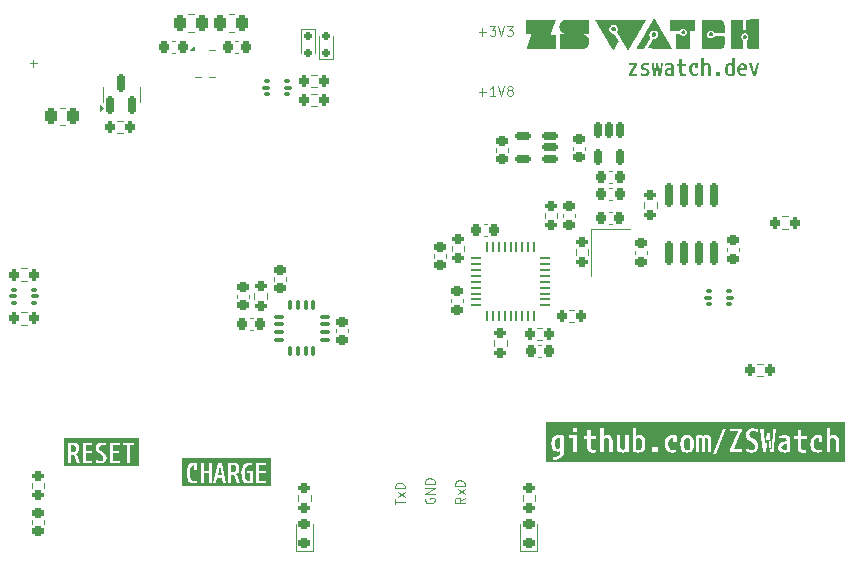
<source format=gbr>
%TF.GenerationSoftware,KiCad,Pcbnew,9.0.1+1*%
%TF.CreationDate,2025-09-18T10:25:19+00:00*%
%TF.ProjectId,ZSWatch-Dock,5a535761-7463-4682-9d44-6f636b2e6b69,2.2.0*%
%TF.SameCoordinates,Original*%
%TF.FileFunction,Legend,Top*%
%TF.FilePolarity,Positive*%
%FSLAX46Y46*%
G04 Gerber Fmt 4.6, Leading zero omitted, Abs format (unit mm)*
G04 Created by KiCad (PCBNEW 9.0.1+1) date 2025-09-18 10:25:19*
%MOMM*%
%LPD*%
G01*
G04 APERTURE LIST*
G04 Aperture macros list*
%AMRoundRect*
0 Rectangle with rounded corners*
0 $1 Rounding radius*
0 $2 $3 $4 $5 $6 $7 $8 $9 X,Y pos of 4 corners*
0 Add a 4 corners polygon primitive as box body*
4,1,4,$2,$3,$4,$5,$6,$7,$8,$9,$2,$3,0*
0 Add four circle primitives for the rounded corners*
1,1,$1+$1,$2,$3*
1,1,$1+$1,$4,$5*
1,1,$1+$1,$6,$7*
1,1,$1+$1,$8,$9*
0 Add four rect primitives between the rounded corners*
20,1,$1+$1,$2,$3,$4,$5,0*
20,1,$1+$1,$4,$5,$6,$7,0*
20,1,$1+$1,$6,$7,$8,$9,0*
20,1,$1+$1,$8,$9,$2,$3,0*%
G04 Aperture macros list end*
%ADD10C,0.120000*%
%ADD11C,0.000000*%
%ADD12RoundRect,0.075000X0.350000X0.075000X-0.350000X0.075000X-0.350000X-0.075000X0.350000X-0.075000X0*%
%ADD13RoundRect,0.075000X0.075000X0.350000X-0.075000X0.350000X-0.075000X-0.350000X0.075000X-0.350000X0*%
%ADD14R,2.100000X2.100000*%
%ADD15RoundRect,0.150000X-0.200000X0.150000X-0.200000X-0.150000X0.200000X-0.150000X0.200000X0.150000X0*%
%ADD16RoundRect,0.200000X0.275000X-0.200000X0.275000X0.200000X-0.275000X0.200000X-0.275000X-0.200000X0*%
%ADD17C,0.800000*%
%ADD18C,6.400000*%
%ADD19RoundRect,0.150000X-0.150000X0.512500X-0.150000X-0.512500X0.150000X-0.512500X0.150000X0.512500X0*%
%ADD20RoundRect,0.225000X0.250000X-0.225000X0.250000X0.225000X-0.250000X0.225000X-0.250000X-0.225000X0*%
%ADD21RoundRect,0.225000X-0.225000X-0.250000X0.225000X-0.250000X0.225000X0.250000X-0.225000X0.250000X0*%
%ADD22RoundRect,0.200000X0.200000X0.275000X-0.200000X0.275000X-0.200000X-0.275000X0.200000X-0.275000X0*%
%ADD23C,0.650000*%
%ADD24O,0.650000X0.950000*%
%ADD25R,0.700000X0.300000*%
%ADD26O,1.400000X0.800000*%
%ADD27R,1.700000X1.700000*%
%ADD28C,1.700000*%
%ADD29RoundRect,0.250000X0.262500X0.450000X-0.262500X0.450000X-0.262500X-0.450000X0.262500X-0.450000X0*%
%ADD30RoundRect,0.250000X-0.262500X-0.450000X0.262500X-0.450000X0.262500X0.450000X-0.262500X0.450000X0*%
%ADD31RoundRect,0.150000X-0.150000X0.825000X-0.150000X-0.825000X0.150000X-0.825000X0.150000X0.825000X0*%
%ADD32RoundRect,0.200000X-0.200000X-0.275000X0.200000X-0.275000X0.200000X0.275000X-0.200000X0.275000X0*%
%ADD33R,1.500000X1.300000*%
%ADD34RoundRect,0.225000X-0.250000X0.225000X-0.250000X-0.225000X0.250000X-0.225000X0.250000X0.225000X0*%
%ADD35RoundRect,0.150000X0.200000X-0.150000X0.200000X0.150000X-0.200000X0.150000X-0.200000X-0.150000X0*%
%ADD36RoundRect,0.200000X-0.275000X0.200000X-0.275000X-0.200000X0.275000X-0.200000X0.275000X0.200000X0*%
%ADD37RoundRect,0.093750X0.156250X0.093750X-0.156250X0.093750X-0.156250X-0.093750X0.156250X-0.093750X0*%
%ADD38RoundRect,0.075000X0.250000X0.075000X-0.250000X0.075000X-0.250000X-0.075000X0.250000X-0.075000X0*%
%ADD39RoundRect,0.150000X0.150000X-0.587500X0.150000X0.587500X-0.150000X0.587500X-0.150000X-0.587500X0*%
%ADD40RoundRect,0.093750X-0.156250X-0.093750X0.156250X-0.093750X0.156250X0.093750X-0.156250X0.093750X0*%
%ADD41RoundRect,0.075000X-0.250000X-0.075000X0.250000X-0.075000X0.250000X0.075000X-0.250000X0.075000X0*%
%ADD42RoundRect,0.225000X0.225000X0.250000X-0.225000X0.250000X-0.225000X-0.250000X0.225000X-0.250000X0*%
%ADD43R,1.200000X1.400000*%
%ADD44RoundRect,0.062500X-0.062500X0.350000X-0.062500X-0.350000X0.062500X-0.350000X0.062500X0.350000X0*%
%ADD45RoundRect,0.062500X-0.350000X0.062500X-0.350000X-0.062500X0.350000X-0.062500X0.350000X0.062500X0*%
%ADD46R,3.700000X3.700000*%
%ADD47RoundRect,0.218750X0.256250X-0.218750X0.256250X0.218750X-0.256250X0.218750X-0.256250X-0.218750X0*%
%ADD48R,1.000000X0.800000*%
%ADD49C,0.900000*%
%ADD50R,0.700000X1.500000*%
%ADD51RoundRect,0.102000X-0.750000X0.125000X-0.750000X-0.125000X0.750000X-0.125000X0.750000X0.125000X0*%
%ADD52RoundRect,0.102000X-0.750000X0.250000X-0.750000X-0.250000X0.750000X-0.250000X0.750000X0.250000X0*%
%ADD53R,0.740000X2.400000*%
%ADD54R,0.600000X0.200000*%
%ADD55R,0.150000X0.250000*%
%ADD56R,0.200000X0.600000*%
%ADD57RoundRect,0.150000X0.512500X0.150000X-0.512500X0.150000X-0.512500X-0.150000X0.512500X-0.150000X0*%
G04 APERTURE END LIST*
D10*
X215469423Y-125959093D02*
X216078947Y-125959093D01*
X215774185Y-126263855D02*
X215774185Y-125654331D01*
X216383708Y-125463855D02*
X216878946Y-125463855D01*
X216878946Y-125463855D02*
X216612280Y-125768617D01*
X216612280Y-125768617D02*
X216726565Y-125768617D01*
X216726565Y-125768617D02*
X216802756Y-125806712D01*
X216802756Y-125806712D02*
X216840851Y-125844807D01*
X216840851Y-125844807D02*
X216878946Y-125920998D01*
X216878946Y-125920998D02*
X216878946Y-126111474D01*
X216878946Y-126111474D02*
X216840851Y-126187664D01*
X216840851Y-126187664D02*
X216802756Y-126225760D01*
X216802756Y-126225760D02*
X216726565Y-126263855D01*
X216726565Y-126263855D02*
X216497994Y-126263855D01*
X216497994Y-126263855D02*
X216421803Y-126225760D01*
X216421803Y-126225760D02*
X216383708Y-126187664D01*
X217107518Y-125463855D02*
X217374185Y-126263855D01*
X217374185Y-126263855D02*
X217640851Y-125463855D01*
X217831327Y-125463855D02*
X218326565Y-125463855D01*
X218326565Y-125463855D02*
X218059899Y-125768617D01*
X218059899Y-125768617D02*
X218174184Y-125768617D01*
X218174184Y-125768617D02*
X218250375Y-125806712D01*
X218250375Y-125806712D02*
X218288470Y-125844807D01*
X218288470Y-125844807D02*
X218326565Y-125920998D01*
X218326565Y-125920998D02*
X218326565Y-126111474D01*
X218326565Y-126111474D02*
X218288470Y-126187664D01*
X218288470Y-126187664D02*
X218250375Y-126225760D01*
X218250375Y-126225760D02*
X218174184Y-126263855D01*
X218174184Y-126263855D02*
X217945613Y-126263855D01*
X217945613Y-126263855D02*
X217869422Y-126225760D01*
X217869422Y-126225760D02*
X217831327Y-126187664D01*
X177759093Y-128904761D02*
X177759093Y-128295238D01*
X178063855Y-128599999D02*
X177454331Y-128599999D01*
X208383855Y-165944862D02*
X208383855Y-165487719D01*
X209183855Y-165716291D02*
X208383855Y-165716291D01*
X209183855Y-165297243D02*
X208650521Y-164878195D01*
X208650521Y-165297243D02*
X209183855Y-164878195D01*
X209183855Y-164573433D02*
X208383855Y-164573433D01*
X208383855Y-164573433D02*
X208383855Y-164382957D01*
X208383855Y-164382957D02*
X208421950Y-164268671D01*
X208421950Y-164268671D02*
X208498140Y-164192481D01*
X208498140Y-164192481D02*
X208574331Y-164154386D01*
X208574331Y-164154386D02*
X208726712Y-164116290D01*
X208726712Y-164116290D02*
X208840998Y-164116290D01*
X208840998Y-164116290D02*
X208993379Y-164154386D01*
X208993379Y-164154386D02*
X209069569Y-164192481D01*
X209069569Y-164192481D02*
X209145760Y-164268671D01*
X209145760Y-164268671D02*
X209183855Y-164382957D01*
X209183855Y-164382957D02*
X209183855Y-164573433D01*
X210961950Y-165411529D02*
X210923855Y-165487719D01*
X210923855Y-165487719D02*
X210923855Y-165602005D01*
X210923855Y-165602005D02*
X210961950Y-165716291D01*
X210961950Y-165716291D02*
X211038140Y-165792481D01*
X211038140Y-165792481D02*
X211114331Y-165830576D01*
X211114331Y-165830576D02*
X211266712Y-165868672D01*
X211266712Y-165868672D02*
X211380998Y-165868672D01*
X211380998Y-165868672D02*
X211533379Y-165830576D01*
X211533379Y-165830576D02*
X211609569Y-165792481D01*
X211609569Y-165792481D02*
X211685760Y-165716291D01*
X211685760Y-165716291D02*
X211723855Y-165602005D01*
X211723855Y-165602005D02*
X211723855Y-165525814D01*
X211723855Y-165525814D02*
X211685760Y-165411529D01*
X211685760Y-165411529D02*
X211647664Y-165373433D01*
X211647664Y-165373433D02*
X211380998Y-165373433D01*
X211380998Y-165373433D02*
X211380998Y-165525814D01*
X211723855Y-165030576D02*
X210923855Y-165030576D01*
X210923855Y-165030576D02*
X211723855Y-164573433D01*
X211723855Y-164573433D02*
X210923855Y-164573433D01*
X211723855Y-164192481D02*
X210923855Y-164192481D01*
X210923855Y-164192481D02*
X210923855Y-164002005D01*
X210923855Y-164002005D02*
X210961950Y-163887719D01*
X210961950Y-163887719D02*
X211038140Y-163811529D01*
X211038140Y-163811529D02*
X211114331Y-163773434D01*
X211114331Y-163773434D02*
X211266712Y-163735338D01*
X211266712Y-163735338D02*
X211380998Y-163735338D01*
X211380998Y-163735338D02*
X211533379Y-163773434D01*
X211533379Y-163773434D02*
X211609569Y-163811529D01*
X211609569Y-163811529D02*
X211685760Y-163887719D01*
X211685760Y-163887719D02*
X211723855Y-164002005D01*
X211723855Y-164002005D02*
X211723855Y-164192481D01*
X214263855Y-165373433D02*
X213882902Y-165640100D01*
X214263855Y-165830576D02*
X213463855Y-165830576D01*
X213463855Y-165830576D02*
X213463855Y-165525814D01*
X213463855Y-165525814D02*
X213501950Y-165449624D01*
X213501950Y-165449624D02*
X213540045Y-165411529D01*
X213540045Y-165411529D02*
X213616236Y-165373433D01*
X213616236Y-165373433D02*
X213730521Y-165373433D01*
X213730521Y-165373433D02*
X213806712Y-165411529D01*
X213806712Y-165411529D02*
X213844807Y-165449624D01*
X213844807Y-165449624D02*
X213882902Y-165525814D01*
X213882902Y-165525814D02*
X213882902Y-165830576D01*
X214263855Y-165106767D02*
X213730521Y-164687719D01*
X213730521Y-165106767D02*
X214263855Y-164687719D01*
X214263855Y-164382957D02*
X213463855Y-164382957D01*
X213463855Y-164382957D02*
X213463855Y-164192481D01*
X213463855Y-164192481D02*
X213501950Y-164078195D01*
X213501950Y-164078195D02*
X213578140Y-164002005D01*
X213578140Y-164002005D02*
X213654331Y-163963910D01*
X213654331Y-163963910D02*
X213806712Y-163925814D01*
X213806712Y-163925814D02*
X213920998Y-163925814D01*
X213920998Y-163925814D02*
X214073379Y-163963910D01*
X214073379Y-163963910D02*
X214149569Y-164002005D01*
X214149569Y-164002005D02*
X214225760Y-164078195D01*
X214225760Y-164078195D02*
X214263855Y-164192481D01*
X214263855Y-164192481D02*
X214263855Y-164382957D01*
X215469423Y-131039093D02*
X216078947Y-131039093D01*
X215774185Y-131343855D02*
X215774185Y-130734331D01*
X216878946Y-131343855D02*
X216421803Y-131343855D01*
X216650375Y-131343855D02*
X216650375Y-130543855D01*
X216650375Y-130543855D02*
X216574184Y-130658140D01*
X216574184Y-130658140D02*
X216497994Y-130734331D01*
X216497994Y-130734331D02*
X216421803Y-130772426D01*
X217107518Y-130543855D02*
X217374185Y-131343855D01*
X217374185Y-131343855D02*
X217640851Y-130543855D01*
X218021803Y-130886712D02*
X217945613Y-130848617D01*
X217945613Y-130848617D02*
X217907518Y-130810521D01*
X217907518Y-130810521D02*
X217869422Y-130734331D01*
X217869422Y-130734331D02*
X217869422Y-130696236D01*
X217869422Y-130696236D02*
X217907518Y-130620045D01*
X217907518Y-130620045D02*
X217945613Y-130581950D01*
X217945613Y-130581950D02*
X218021803Y-130543855D01*
X218021803Y-130543855D02*
X218174184Y-130543855D01*
X218174184Y-130543855D02*
X218250375Y-130581950D01*
X218250375Y-130581950D02*
X218288470Y-130620045D01*
X218288470Y-130620045D02*
X218326565Y-130696236D01*
X218326565Y-130696236D02*
X218326565Y-130734331D01*
X218326565Y-130734331D02*
X218288470Y-130810521D01*
X218288470Y-130810521D02*
X218250375Y-130848617D01*
X218250375Y-130848617D02*
X218174184Y-130886712D01*
X218174184Y-130886712D02*
X218021803Y-130886712D01*
X218021803Y-130886712D02*
X217945613Y-130924807D01*
X217945613Y-130924807D02*
X217907518Y-130962902D01*
X217907518Y-130962902D02*
X217869422Y-131039093D01*
X217869422Y-131039093D02*
X217869422Y-131191474D01*
X217869422Y-131191474D02*
X217907518Y-131267664D01*
X217907518Y-131267664D02*
X217945613Y-131305760D01*
X217945613Y-131305760D02*
X218021803Y-131343855D01*
X218021803Y-131343855D02*
X218174184Y-131343855D01*
X218174184Y-131343855D02*
X218250375Y-131305760D01*
X218250375Y-131305760D02*
X218288470Y-131267664D01*
X218288470Y-131267664D02*
X218326565Y-131191474D01*
X218326565Y-131191474D02*
X218326565Y-131039093D01*
X218326565Y-131039093D02*
X218288470Y-130962902D01*
X218288470Y-130962902D02*
X218250375Y-130924807D01*
X218250375Y-130924807D02*
X218174184Y-130886712D01*
D11*
%TO.C,kibuzzard-6832BFA7*%
G36*
X181227705Y-160944686D02*
G01*
X181315616Y-160999703D01*
X181368014Y-161094309D01*
X181385479Y-161231416D01*
X181366849Y-161374635D01*
X181310959Y-161468950D01*
X181210822Y-161521347D01*
X181059452Y-161538813D01*
X180968630Y-161538813D01*
X180968630Y-160944977D01*
X181103699Y-160926347D01*
X181227705Y-160944686D01*
G37*
G36*
X186680320Y-162664384D02*
G01*
X186292192Y-162664384D01*
X185945205Y-162664384D01*
X185062603Y-162664384D01*
X183451096Y-162664384D01*
X182733836Y-162664384D01*
X181685890Y-162664384D01*
X180707808Y-162664384D01*
X180319680Y-162664384D01*
X180319680Y-160770320D01*
X180707808Y-160770320D01*
X180707808Y-162447032D01*
X180968630Y-162447032D01*
X180968630Y-161741416D01*
X181059452Y-161741416D01*
X181200342Y-161786826D01*
X181244880Y-161852323D01*
X181283014Y-161957991D01*
X181418082Y-162447032D01*
X181685890Y-162447032D01*
X181918767Y-162447032D01*
X182733836Y-162447032D01*
X182733836Y-162244429D01*
X182179589Y-162244429D01*
X182179589Y-161631963D01*
X182710548Y-161631963D01*
X182710548Y-161434018D01*
X182179589Y-161434018D01*
X182179589Y-161166210D01*
X183043562Y-161166210D01*
X183067723Y-161331553D01*
X183140205Y-161468950D01*
X183220289Y-161549680D01*
X183331682Y-161627306D01*
X183474384Y-161701826D01*
X183574229Y-161761792D01*
X183640890Y-161829909D01*
X183678442Y-161912580D01*
X183690959Y-162016210D01*
X183674658Y-162124789D01*
X183625753Y-162203676D01*
X183547740Y-162251707D01*
X183444110Y-162267717D01*
X183307747Y-162250898D01*
X183178113Y-162200441D01*
X183055205Y-162116347D01*
X183055205Y-162358539D01*
X183174749Y-162420639D01*
X183306712Y-162457900D01*
X183451096Y-162470320D01*
X183631342Y-162451689D01*
X183643023Y-162447032D01*
X184247534Y-162447032D01*
X185062603Y-162447032D01*
X185062603Y-162244429D01*
X184508356Y-162244429D01*
X184508356Y-161631963D01*
X185039315Y-161631963D01*
X185039315Y-161434018D01*
X184508356Y-161434018D01*
X184508356Y-160949635D01*
X185062603Y-160949635D01*
X185337397Y-160949635D01*
X185684384Y-160949635D01*
X185684384Y-162447032D01*
X185945205Y-162447032D01*
X185945205Y-160949635D01*
X186292192Y-160949635D01*
X186292192Y-160747032D01*
X185337397Y-160747032D01*
X185337397Y-160949635D01*
X185062603Y-160949635D01*
X185062603Y-160747032D01*
X184247534Y-160747032D01*
X184247534Y-162447032D01*
X183643023Y-162447032D01*
X183771534Y-162395799D01*
X183871671Y-162302648D01*
X183931753Y-162172237D01*
X183951781Y-162004566D01*
X183926747Y-161824669D01*
X183851644Y-161680868D01*
X183766514Y-161597808D01*
X183644642Y-161516301D01*
X183486027Y-161436347D01*
X183382527Y-161366743D01*
X183320426Y-161272816D01*
X183299726Y-161154566D01*
X183316027Y-161059087D01*
X183364932Y-160986895D01*
X183442363Y-160941484D01*
X183544247Y-160926347D01*
X183725308Y-160951381D01*
X183905205Y-161026484D01*
X183905205Y-160793607D01*
X183779970Y-160754795D01*
X183649559Y-160731507D01*
X183513973Y-160723744D01*
X183374893Y-160736682D01*
X183258843Y-160775495D01*
X183165822Y-160840183D01*
X183074127Y-160979909D01*
X183043562Y-161166210D01*
X182179589Y-161166210D01*
X182179589Y-160949635D01*
X182733836Y-160949635D01*
X182733836Y-160747032D01*
X181918767Y-160747032D01*
X181918767Y-162447032D01*
X181685890Y-162447032D01*
X181541507Y-161971963D01*
X181466986Y-161789155D01*
X181378493Y-161673881D01*
X181378493Y-161669224D01*
X181492603Y-161602563D01*
X181574110Y-161507374D01*
X181623014Y-161383659D01*
X181639315Y-161231416D01*
X181624954Y-161071636D01*
X181581872Y-160943166D01*
X181510068Y-160846005D01*
X181407473Y-160778082D01*
X181272017Y-160737329D01*
X181103699Y-160723744D01*
X180969665Y-160728919D01*
X180837702Y-160744444D01*
X180707808Y-160770320D01*
X180319680Y-160770320D01*
X180319680Y-160335616D01*
X180707808Y-160335616D01*
X186292192Y-160335616D01*
X186680320Y-160335616D01*
X186680320Y-162664384D01*
G37*
D10*
%TO.C,D402*%
X201900000Y-126300000D02*
X201900000Y-128260000D01*
X201900000Y-128260000D02*
X203100000Y-128260000D01*
X203100000Y-126300000D02*
X203100000Y-128260000D01*
%TO.C,R407*%
X219177500Y-165637258D02*
X219177500Y-165162742D01*
X220222500Y-165637258D02*
X220222500Y-165162742D01*
%TO.C,C407*%
X203390000Y-151390580D02*
X203390000Y-151109420D01*
X204410000Y-151390580D02*
X204410000Y-151109420D01*
%TO.C,C414*%
X220484420Y-152490000D02*
X220765580Y-152490000D01*
X220484420Y-153510000D02*
X220765580Y-153510000D01*
D11*
%TO.C,kibuzzard-68304463*%
G36*
X235890411Y-129660274D02*
G01*
X235561644Y-129660274D01*
X235561644Y-129310959D01*
X235890411Y-129310959D01*
X235890411Y-129660274D01*
G37*
G36*
X238806164Y-129495890D02*
G01*
X238810274Y-129495890D01*
X239009589Y-128591781D01*
X239235616Y-128591781D01*
X238947945Y-129660274D01*
X238660274Y-129660274D01*
X238372603Y-128591781D01*
X238606849Y-128591781D01*
X238806164Y-129495890D01*
G37*
G36*
X228893836Y-128758219D02*
G01*
X228423288Y-129489726D01*
X228423288Y-129493836D01*
X228893836Y-129493836D01*
X228893836Y-129660274D01*
X228164384Y-129660274D01*
X228164384Y-129493836D01*
X228634932Y-128762329D01*
X228634932Y-128758219D01*
X228164384Y-128758219D01*
X228164384Y-128591781D01*
X228893836Y-128591781D01*
X228893836Y-128758219D01*
G37*
G36*
X230379452Y-129403425D02*
G01*
X230383562Y-129403425D01*
X230508904Y-128591781D01*
X230683562Y-128591781D01*
X230800685Y-129475342D01*
X230806849Y-129475342D01*
X230880822Y-128591781D01*
X231067808Y-128591781D01*
X230934247Y-129660274D01*
X230683562Y-129660274D01*
X230574658Y-128819863D01*
X230570548Y-128819863D01*
X230447260Y-129660274D01*
X230235616Y-129660274D01*
X230102055Y-128591781D01*
X230313699Y-128591781D01*
X230379452Y-129403425D01*
G37*
G36*
X234540411Y-128632877D02*
G01*
X234655993Y-128586644D01*
X234776712Y-128571233D01*
X234920548Y-128593065D01*
X235019178Y-128658562D01*
X235076199Y-128773887D01*
X235095205Y-128945205D01*
X235095205Y-129660274D01*
X234875342Y-129660274D01*
X234877397Y-129002740D01*
X234869178Y-128869692D01*
X234844521Y-128791096D01*
X234719178Y-128739726D01*
X234624144Y-128760274D01*
X234540411Y-128821918D01*
X234540411Y-129660274D01*
X234314384Y-129660274D01*
X234314384Y-128119178D01*
X234540411Y-128119178D01*
X234540411Y-128632877D01*
G37*
G36*
X232674658Y-128632877D02*
G01*
X233019863Y-128632877D01*
X233019863Y-128799315D01*
X232674658Y-128799315D01*
X232674658Y-129310959D01*
X232701370Y-129466096D01*
X232824658Y-129500000D01*
X232911473Y-129492295D01*
X232999315Y-129469178D01*
X232999315Y-129656164D01*
X232897089Y-129674658D01*
X232783562Y-129680822D01*
X232625086Y-129663356D01*
X232523630Y-129610959D01*
X232468921Y-129511301D01*
X232450685Y-129352055D01*
X232450685Y-128799315D01*
X232239041Y-128799315D01*
X232239041Y-128632877D01*
X232450685Y-128632877D01*
X232450685Y-128242466D01*
X232674658Y-128242466D01*
X232674658Y-128632877D01*
G37*
G36*
X233894178Y-128581507D02*
G01*
X234020548Y-128612329D01*
X234020548Y-128982192D01*
X233804795Y-128982192D01*
X233804795Y-128745890D01*
X233749315Y-128739726D01*
X233645034Y-128764127D01*
X233566438Y-128837329D01*
X233517123Y-128958305D01*
X233500685Y-129126027D01*
X233519692Y-129298630D01*
X233576712Y-129421918D01*
X233666610Y-129495890D01*
X233784247Y-129520548D01*
X233895205Y-129505651D01*
X234010274Y-129460959D01*
X234010274Y-129629452D01*
X233886473Y-129667979D01*
X233757534Y-129680822D01*
X233614384Y-129665297D01*
X233494521Y-129618721D01*
X233397945Y-129541096D01*
X233327169Y-129432877D01*
X233284703Y-129294521D01*
X233270548Y-129126027D01*
X233280403Y-128978837D01*
X233309966Y-128854291D01*
X233359240Y-128752390D01*
X233428222Y-128673134D01*
X233516914Y-128616522D01*
X233625315Y-128582555D01*
X233753425Y-128571233D01*
X233894178Y-128581507D01*
G37*
G36*
X237129452Y-129615068D02*
G01*
X237023973Y-129651598D01*
X236907534Y-129673516D01*
X236780137Y-129680822D01*
X236769863Y-129679808D01*
X236637900Y-129666781D01*
X236523516Y-129624658D01*
X236436986Y-129554452D01*
X236376484Y-129450685D01*
X236340183Y-129307877D01*
X236328082Y-129126027D01*
X236554110Y-129126027D01*
X236567466Y-129311473D01*
X236607534Y-129432192D01*
X236674829Y-129498459D01*
X236769863Y-129520548D01*
X236903425Y-129493836D01*
X236903425Y-128809589D01*
X236828938Y-128757192D01*
X236732877Y-128739726D01*
X236654024Y-128761558D01*
X236598288Y-128827055D01*
X236565154Y-128945462D01*
X236554110Y-129126027D01*
X236328082Y-129126027D01*
X236338470Y-128947260D01*
X236369635Y-128805479D01*
X236421575Y-128700685D01*
X236494977Y-128628767D01*
X236590525Y-128585616D01*
X236708219Y-128571233D01*
X236808390Y-128582534D01*
X236903425Y-128616438D01*
X236903425Y-128119178D01*
X237129452Y-128119178D01*
X237129452Y-129615068D01*
G37*
G36*
X229685845Y-128576256D02*
G01*
X229799543Y-128591324D01*
X229906849Y-128616438D01*
X229906849Y-128786986D01*
X229742466Y-128748459D01*
X229586301Y-128735616D01*
X229452226Y-128769007D01*
X229407534Y-128869178D01*
X229443493Y-128961644D01*
X229565753Y-129019178D01*
X229748887Y-129076712D01*
X229862671Y-129146575D01*
X229922003Y-129241096D01*
X229941781Y-129372603D01*
X229915839Y-129503596D01*
X229838014Y-129600685D01*
X229712928Y-129660788D01*
X229545205Y-129680822D01*
X229419178Y-129673516D01*
X229301370Y-129651598D01*
X229191781Y-129615068D01*
X229191781Y-129434247D01*
X229355651Y-129494349D01*
X229510274Y-129514384D01*
X229666438Y-129480479D01*
X229713699Y-129372603D01*
X229676712Y-129269863D01*
X229541096Y-129208219D01*
X229374144Y-129151455D01*
X229263699Y-129079795D01*
X229202055Y-128987586D01*
X229181507Y-128869178D01*
X229205651Y-128742038D01*
X229278082Y-128648288D01*
X229398288Y-128590497D01*
X229565753Y-128571233D01*
X229685845Y-128576256D01*
G37*
G36*
X237911416Y-128585731D02*
G01*
X238009361Y-128629224D01*
X238084932Y-128701712D01*
X238138584Y-128806393D01*
X238170776Y-128946461D01*
X238181507Y-129121918D01*
X238177397Y-129204110D01*
X237593836Y-129204110D01*
X237617723Y-129348202D01*
X237668836Y-129443493D01*
X237748716Y-129496661D01*
X237858904Y-129514384D01*
X237985274Y-129500514D01*
X238126027Y-129458904D01*
X238126027Y-129629452D01*
X237975514Y-129667979D01*
X237832192Y-129680822D01*
X237687785Y-129665411D01*
X237569635Y-129619178D01*
X237477740Y-129542123D01*
X237412100Y-129434247D01*
X237372717Y-129295548D01*
X237359589Y-129126027D01*
X237365400Y-129043836D01*
X237593836Y-129043836D01*
X237959589Y-129043836D01*
X237947260Y-128899743D01*
X237914384Y-128804452D01*
X237784932Y-128733562D01*
X237704281Y-128750514D01*
X237647260Y-128801370D01*
X237611301Y-128895890D01*
X237593836Y-129043836D01*
X237365400Y-129043836D01*
X237371575Y-128956507D01*
X237407534Y-128817808D01*
X237467466Y-128709932D01*
X237551370Y-128632877D01*
X237659247Y-128586644D01*
X237791096Y-128571233D01*
X237911416Y-128585731D01*
G37*
G36*
X231797517Y-128591781D02*
G01*
X231913356Y-128653425D01*
X231957306Y-128726027D01*
X231983676Y-128834247D01*
X231992466Y-128978082D01*
X231992466Y-129615068D01*
X231877626Y-129651598D01*
X231757763Y-129673516D01*
X231632877Y-129680822D01*
X231508790Y-129670776D01*
X231405023Y-129640639D01*
X231321575Y-129590411D01*
X231239127Y-129481507D01*
X231211644Y-129335616D01*
X231429452Y-129335616D01*
X231482877Y-129472260D01*
X231632877Y-129520548D01*
X231768493Y-129493836D01*
X231768493Y-129126027D01*
X231710959Y-129126027D01*
X231583305Y-129138870D01*
X231496233Y-129177397D01*
X231446147Y-129242637D01*
X231429452Y-129335616D01*
X231211644Y-129335616D01*
X231242723Y-129179709D01*
X231335959Y-129065411D01*
X231432877Y-129013470D01*
X231557877Y-128982306D01*
X231710959Y-128971918D01*
X231768493Y-128971918D01*
X231768493Y-128936986D01*
X231736644Y-128777740D01*
X231595890Y-128739726D01*
X231493151Y-128747945D01*
X231382192Y-128772603D01*
X231263014Y-128813699D01*
X231263014Y-128636986D01*
X231382648Y-128600457D01*
X231497717Y-128578539D01*
X231608219Y-128571233D01*
X231797517Y-128591781D01*
G37*
D10*
%TO.C,R409*%
X241637258Y-141577500D02*
X241162742Y-141577500D01*
X241637258Y-142622500D02*
X241162742Y-142622500D01*
%TO.C,R410*%
X239537258Y-154077500D02*
X239062742Y-154077500D01*
X239537258Y-155122500D02*
X239062742Y-155122500D01*
%TO.C,R421*%
X200177500Y-165637258D02*
X200177500Y-165162742D01*
X201222500Y-165637258D02*
X201222500Y-165162742D01*
%TO.C,R413*%
X216777500Y-152537258D02*
X216777500Y-152062742D01*
X217822500Y-152537258D02*
X217822500Y-152062742D01*
%TO.C,C417*%
X222615000Y-141640580D02*
X222615000Y-141359420D01*
X223635000Y-141640580D02*
X223635000Y-141359420D01*
%TO.C,R418*%
X180427064Y-132365000D02*
X179972936Y-132365000D01*
X180427064Y-133835000D02*
X179972936Y-133835000D01*
%TO.C,R416*%
X177212258Y-149677500D02*
X176737742Y-149677500D01*
X177212258Y-150722500D02*
X176737742Y-150722500D01*
%TO.C,R406*%
X194285436Y-124465000D02*
X194739564Y-124465000D01*
X194285436Y-125935000D02*
X194739564Y-125935000D01*
%TO.C,C408*%
X223415000Y-135940580D02*
X223415000Y-135659420D01*
X224435000Y-135940580D02*
X224435000Y-135659420D01*
%TO.C,R420*%
X184862742Y-133477500D02*
X185337258Y-133477500D01*
X184862742Y-134522500D02*
X185337258Y-134522500D01*
%TO.C,R402*%
X201262742Y-129602500D02*
X201737258Y-129602500D01*
X201262742Y-130647500D02*
X201737258Y-130647500D01*
%TO.C,C415*%
X213115000Y-148559420D02*
X213115000Y-148840580D01*
X214135000Y-148559420D02*
X214135000Y-148840580D01*
%TO.C,D401*%
X200400000Y-127700000D02*
X200400000Y-125740000D01*
X201600000Y-125740000D02*
X200400000Y-125740000D01*
X201600000Y-127700000D02*
X201600000Y-125740000D01*
%TO.C,R419*%
X229477500Y-140362742D02*
X229477500Y-140837258D01*
X230522500Y-140362742D02*
X230522500Y-140837258D01*
%TO.C,Q401*%
X183640000Y-131237500D02*
X183640000Y-130587500D01*
X183640000Y-131237500D02*
X183640000Y-131887500D01*
X186760000Y-131237500D02*
X186760000Y-130587500D01*
X186760000Y-131237500D02*
X186760000Y-131887500D01*
X183690000Y-132400000D02*
X183360000Y-132640000D01*
X183360000Y-132160000D01*
X183690000Y-132400000D01*
G36*
X183690000Y-132400000D02*
G01*
X183360000Y-132640000D01*
X183360000Y-132160000D01*
X183690000Y-132400000D01*
G37*
%TO.C,C418*%
X211665000Y-145065580D02*
X211665000Y-144784420D01*
X212685000Y-145065580D02*
X212685000Y-144784420D01*
%TO.C,R404*%
X196477500Y-148087742D02*
X196477500Y-148562258D01*
X197522500Y-148087742D02*
X197522500Y-148562258D01*
%TO.C,R412*%
X213177500Y-144062742D02*
X213177500Y-144537258D01*
X214222500Y-144062742D02*
X214222500Y-144537258D01*
%TO.C,C409*%
X189765580Y-126690000D02*
X189484420Y-126690000D01*
X189765580Y-127710000D02*
X189484420Y-127710000D01*
D11*
%TO.C,G\u002A\u002A\u002A*%
G36*
X232812186Y-125809898D02*
G01*
X232837428Y-125815267D01*
X232845474Y-125818595D01*
X232867065Y-125829425D01*
X232879551Y-125835377D01*
X232891564Y-125845815D01*
X232909334Y-125866846D01*
X232926940Y-125890962D01*
X232952600Y-125938733D01*
X232961490Y-125981923D01*
X232953518Y-126019718D01*
X232943393Y-126036064D01*
X232930776Y-126054980D01*
X232925357Y-126068612D01*
X232925356Y-126068676D01*
X232917608Y-126082923D01*
X232897445Y-126101780D01*
X232868819Y-126121803D01*
X232855343Y-126129667D01*
X232827202Y-126139916D01*
X232793572Y-126144914D01*
X232760688Y-126144558D01*
X232734785Y-126138745D01*
X232724506Y-126131827D01*
X232709816Y-126120280D01*
X232702179Y-126118147D01*
X232686969Y-126110458D01*
X232667384Y-126089805D01*
X232646646Y-126059807D01*
X232640024Y-126048338D01*
X232630067Y-126020798D01*
X232624858Y-125986903D01*
X232624493Y-125952720D01*
X232629065Y-125924317D01*
X232637864Y-125908380D01*
X232649432Y-125893281D01*
X232651544Y-125885274D01*
X232658725Y-125870776D01*
X232676267Y-125853051D01*
X232698172Y-125836938D01*
X232718442Y-125827274D01*
X232724668Y-125826298D01*
X232741835Y-125821945D01*
X232747307Y-125817177D01*
X232760286Y-125810754D01*
X232784193Y-125808360D01*
X232812186Y-125809898D01*
G37*
G36*
X226923471Y-125528779D02*
G01*
X226950876Y-125533995D01*
X226960485Y-125538118D01*
X226985347Y-125552029D01*
X227003806Y-125561192D01*
X227019584Y-125572969D01*
X227024327Y-125583272D01*
X227031271Y-125597455D01*
X227044848Y-125609691D01*
X227054286Y-125617337D01*
X227060289Y-125627713D01*
X227063626Y-125644704D01*
X227065062Y-125672200D01*
X227065368Y-125713556D01*
X227065368Y-125803797D01*
X227024327Y-125843106D01*
X226994498Y-125869753D01*
X226968625Y-125886400D01*
X226940616Y-125895329D01*
X226904385Y-125898823D01*
X226874503Y-125899260D01*
X226838393Y-125898521D01*
X226814088Y-125895125D01*
X226795173Y-125887303D01*
X226775234Y-125873284D01*
X226772493Y-125871122D01*
X226738088Y-125842230D01*
X226716975Y-125820107D01*
X226706868Y-125802025D01*
X226705117Y-125790736D01*
X226701013Y-125773118D01*
X226695997Y-125767016D01*
X226690899Y-125755425D01*
X226687589Y-125731702D01*
X226686876Y-125712294D01*
X226688445Y-125683890D01*
X226692472Y-125663585D01*
X226695997Y-125657572D01*
X226703056Y-125645001D01*
X226705117Y-125629673D01*
X226707771Y-125612785D01*
X226712696Y-125607411D01*
X226722037Y-125600243D01*
X226732478Y-125584610D01*
X226745114Y-125567958D01*
X226756366Y-125561809D01*
X226770321Y-125554741D01*
X226776224Y-125547207D01*
X226789939Y-125538430D01*
X226816650Y-125531945D01*
X226851229Y-125528007D01*
X226888546Y-125526867D01*
X226923471Y-125528779D01*
G37*
G36*
X230329708Y-125991330D02*
G01*
X230353071Y-125995594D01*
X230373233Y-126005752D01*
X230397701Y-126024300D01*
X230397894Y-126024457D01*
X230428338Y-126050003D01*
X230448163Y-126070245D01*
X230461416Y-126090722D01*
X230472145Y-126116973D01*
X230477736Y-126133710D01*
X230486637Y-126166649D01*
X230488190Y-126194047D01*
X230482902Y-126226804D01*
X230482208Y-126229938D01*
X230473234Y-126260014D01*
X230462140Y-126283917D01*
X230455587Y-126292408D01*
X230438816Y-126309716D01*
X230421749Y-126330704D01*
X230405083Y-126347660D01*
X230389407Y-126355246D01*
X230388665Y-126355274D01*
X230370500Y-126361809D01*
X230362352Y-126368955D01*
X230345467Y-126377552D01*
X230316555Y-126381753D01*
X230281263Y-126381663D01*
X230245240Y-126377385D01*
X230214136Y-126369025D01*
X230207335Y-126366091D01*
X230175679Y-126347770D01*
X230148696Y-126326713D01*
X230130563Y-126306623D01*
X230125225Y-126293281D01*
X230120673Y-126277322D01*
X230109386Y-126254498D01*
X230105880Y-126248604D01*
X230093519Y-126222821D01*
X230089685Y-126195033D01*
X230091008Y-126170754D01*
X230096077Y-126141935D01*
X230104015Y-126120487D01*
X230108842Y-126114336D01*
X230121436Y-126098143D01*
X230128092Y-126081666D01*
X230140013Y-126062335D01*
X230165195Y-126038890D01*
X230184669Y-126024664D01*
X230214694Y-126005700D01*
X230238748Y-125995404D01*
X230265216Y-125991191D01*
X230295635Y-125990463D01*
X230329708Y-125991330D01*
G37*
G36*
X235124909Y-125990691D02*
G01*
X235162330Y-125991122D01*
X235186960Y-125993265D01*
X235204250Y-125998809D01*
X235219649Y-126009444D01*
X235237146Y-126025474D01*
X235260493Y-126051564D01*
X235279095Y-126079303D01*
X235285027Y-126092016D01*
X235291659Y-126119132D01*
X235295356Y-126151429D01*
X235296018Y-126183232D01*
X235293547Y-126208863D01*
X235287845Y-126222647D01*
X235287307Y-126223030D01*
X235279576Y-126235927D01*
X235278187Y-126245899D01*
X235271711Y-126265205D01*
X235256081Y-126286514D01*
X235236993Y-126303446D01*
X235221256Y-126309673D01*
X235204151Y-126316159D01*
X235196104Y-126323353D01*
X235182887Y-126331296D01*
X235157648Y-126335681D01*
X235117371Y-126337034D01*
X235117179Y-126337034D01*
X235079802Y-126336081D01*
X235057258Y-126332805D01*
X235046215Y-126326581D01*
X235044358Y-126323353D01*
X235031761Y-126311102D01*
X235024123Y-126309341D01*
X235009184Y-126301835D01*
X234990770Y-126283652D01*
X234973392Y-126260516D01*
X234961559Y-126238151D01*
X234958977Y-126226660D01*
X234954428Y-126209817D01*
X234949857Y-126204790D01*
X234943990Y-126192813D01*
X234940884Y-126170191D01*
X234940736Y-126163748D01*
X234942887Y-126139644D01*
X234948221Y-126124293D01*
X234949857Y-126122707D01*
X234957345Y-126109926D01*
X234958977Y-126098149D01*
X234965299Y-126082125D01*
X234982004Y-126058904D01*
X235004065Y-126034846D01*
X235049154Y-125990463D01*
X235124909Y-125990691D01*
G37*
G36*
X238040447Y-126221947D02*
G01*
X238062929Y-126230459D01*
X238064972Y-126231860D01*
X238085836Y-126242671D01*
X238099490Y-126245541D01*
X238115200Y-126253472D01*
X238121074Y-126264071D01*
X238128193Y-126278854D01*
X238133666Y-126282312D01*
X238146892Y-126290736D01*
X238157837Y-126313286D01*
X238165329Y-126345883D01*
X238168195Y-126384447D01*
X238167767Y-126400905D01*
X238164834Y-126435617D01*
X238159321Y-126458556D01*
X238148913Y-126476187D01*
X238135597Y-126490722D01*
X238116067Y-126508207D01*
X238100745Y-126518385D01*
X238097057Y-126519440D01*
X238087642Y-126525969D01*
X238087235Y-126528560D01*
X238079447Y-126535475D01*
X238064973Y-126537680D01*
X238045662Y-126541043D01*
X238037074Y-126546800D01*
X238023920Y-126553540D01*
X238001549Y-126554979D01*
X237978206Y-126551084D01*
X237968672Y-126547082D01*
X237951100Y-126538181D01*
X237926940Y-126527072D01*
X237925117Y-126526273D01*
X237899685Y-126509955D01*
X237875869Y-126486738D01*
X237872675Y-126482642D01*
X237860840Y-126464054D01*
X237853990Y-126444429D01*
X237850842Y-126417964D01*
X237850108Y-126380774D01*
X237850838Y-126343003D01*
X237853670Y-126318835D01*
X237859572Y-126303669D01*
X237868348Y-126293876D01*
X237882116Y-126278649D01*
X237886589Y-126268314D01*
X237894645Y-126258200D01*
X237915406Y-126246196D01*
X237943758Y-126234325D01*
X237974591Y-126224608D01*
X238002792Y-126219066D01*
X238012617Y-126218470D01*
X238040447Y-126221947D01*
G37*
G36*
X239209031Y-126127195D02*
G01*
X239209031Y-127358506D01*
X238791778Y-127358469D01*
X238701203Y-127358328D01*
X238612072Y-127357939D01*
X238526923Y-127357331D01*
X238448299Y-127356532D01*
X238378739Y-127355571D01*
X238320784Y-127354476D01*
X238276975Y-127353276D01*
X238258241Y-127352501D01*
X238141957Y-127346571D01*
X238142594Y-127012808D01*
X238143231Y-126679045D01*
X238198417Y-126638003D01*
X238227690Y-126613974D01*
X238252325Y-126589718D01*
X238267188Y-126570311D01*
X238267562Y-126569601D01*
X238280425Y-126544507D01*
X238291028Y-126524000D01*
X238296238Y-126504965D01*
X238300512Y-126472630D01*
X238303614Y-126431920D01*
X238305307Y-126387762D01*
X238305356Y-126345081D01*
X238303523Y-126308806D01*
X238301981Y-126295605D01*
X238294363Y-126266039D01*
X238282742Y-126241847D01*
X238278104Y-126236053D01*
X238264903Y-126218547D01*
X238260521Y-126205853D01*
X238252880Y-126193603D01*
X238242280Y-126188467D01*
X238227301Y-126179436D01*
X238223707Y-126171442D01*
X238216359Y-126159857D01*
X238197981Y-126143873D01*
X238184418Y-126134534D01*
X238116061Y-126097482D01*
X238052829Y-126076853D01*
X237992488Y-126072379D01*
X237932803Y-126083793D01*
X237893229Y-126099640D01*
X237841461Y-126125739D01*
X237805746Y-126147194D01*
X237784769Y-126164929D01*
X237777214Y-126179871D01*
X237777146Y-126181337D01*
X237769769Y-126190003D01*
X237763465Y-126191109D01*
X237751674Y-126198505D01*
X237749785Y-126206064D01*
X237743006Y-126223879D01*
X237735954Y-126231145D01*
X237727337Y-126245587D01*
X237718482Y-126274569D01*
X237710491Y-126314444D01*
X237710086Y-126316964D01*
X237704121Y-126361277D01*
X237702686Y-126396444D01*
X237705788Y-126430987D01*
X237710211Y-126456984D01*
X237720304Y-126497950D01*
X237735263Y-126532664D01*
X237758012Y-126565846D01*
X237791472Y-126602217D01*
X237812963Y-126622914D01*
X237850323Y-126657986D01*
X237847935Y-127005966D01*
X237845548Y-127353946D01*
X237327714Y-127356301D01*
X237213016Y-127356746D01*
X237115368Y-127356940D01*
X237033584Y-127356863D01*
X236966475Y-127356495D01*
X236912852Y-127355815D01*
X236871528Y-127354802D01*
X236841315Y-127353435D01*
X236821024Y-127351694D01*
X236809469Y-127349557D01*
X236805513Y-127347181D01*
X236805001Y-127336827D01*
X236804540Y-127309303D01*
X236804133Y-127265678D01*
X236803780Y-127207024D01*
X236803485Y-127134409D01*
X236803248Y-127048904D01*
X236803071Y-126951579D01*
X236802957Y-126843505D01*
X236802906Y-126725750D01*
X236802921Y-126599386D01*
X236803004Y-126465483D01*
X236803155Y-126325110D01*
X236803378Y-126179338D01*
X236803490Y-126118147D01*
X236805835Y-124900589D01*
X237325691Y-124900589D01*
X237845548Y-124900589D01*
X237847915Y-125345203D01*
X237850281Y-125789817D01*
X237986912Y-125789817D01*
X238123543Y-125789817D01*
X238125910Y-125345203D01*
X238128277Y-124900589D01*
X238668654Y-124898236D01*
X239209031Y-124895884D01*
X239209031Y-126127195D01*
G37*
G36*
X233809821Y-125420445D02*
G01*
X233809821Y-125881019D01*
X233577253Y-125881019D01*
X233344686Y-125881019D01*
X233344686Y-126624323D01*
X233344686Y-127367626D01*
X232738187Y-127367626D01*
X232131688Y-127367626D01*
X232131688Y-126826388D01*
X232131789Y-126725299D01*
X232132081Y-126627008D01*
X232132544Y-126533502D01*
X232133160Y-126446769D01*
X232133911Y-126368796D01*
X232134778Y-126301571D01*
X232135743Y-126247081D01*
X232136787Y-126207312D01*
X232137634Y-126187968D01*
X232143580Y-126090786D01*
X232315245Y-126090786D01*
X232486911Y-126090786D01*
X232502177Y-126120427D01*
X232523119Y-126156113D01*
X232544973Y-126185134D01*
X232564761Y-126203970D01*
X232577471Y-126209350D01*
X232593818Y-126216427D01*
X232603544Y-126227139D01*
X232619776Y-126240917D01*
X232644279Y-126250450D01*
X232646454Y-126250893D01*
X232670974Y-126258392D01*
X232687957Y-126268636D01*
X232688817Y-126269586D01*
X232704877Y-126277439D01*
X232734046Y-126282045D01*
X232771507Y-126283530D01*
X232812443Y-126282016D01*
X232852037Y-126277629D01*
X232885472Y-126270492D01*
X232902352Y-126264071D01*
X232926786Y-126252829D01*
X232945357Y-126246409D01*
X232949267Y-126245831D01*
X232961074Y-126238337D01*
X232965472Y-126229864D01*
X232976899Y-126215208D01*
X232997440Y-126201993D01*
X232998008Y-126201739D01*
X233016863Y-126190154D01*
X233025428Y-126178497D01*
X233025476Y-126177781D01*
X233031873Y-126162378D01*
X233038700Y-126155007D01*
X233055040Y-126134508D01*
X233071104Y-126103596D01*
X233083604Y-126069851D01*
X233089256Y-126040850D01*
X233089318Y-126038283D01*
X233091970Y-126016600D01*
X233098355Y-126004196D01*
X233098438Y-126004143D01*
X233105563Y-125991540D01*
X233107559Y-125976782D01*
X233104116Y-125957685D01*
X233098438Y-125949422D01*
X233091446Y-125936883D01*
X233089318Y-125920948D01*
X233082522Y-125887152D01*
X233063912Y-125846711D01*
X233036154Y-125804073D01*
X233001916Y-125763684D01*
X232985456Y-125747745D01*
X232958312Y-125724645D01*
X232934942Y-125707379D01*
X232919536Y-125698975D01*
X232917477Y-125698614D01*
X232900400Y-125692857D01*
X232887031Y-125683449D01*
X232867473Y-125674616D01*
X232835582Y-125668995D01*
X232796949Y-125666601D01*
X232757161Y-125667446D01*
X232721809Y-125671545D01*
X232696481Y-125678913D01*
X232690217Y-125682950D01*
X232669065Y-125695244D01*
X232653106Y-125698614D01*
X232637038Y-125703961D01*
X232633304Y-125712294D01*
X232625902Y-125724066D01*
X232618264Y-125725975D01*
X232602331Y-125732910D01*
X232580460Y-125750817D01*
X232556611Y-125775345D01*
X232534745Y-125802145D01*
X232518823Y-125826867D01*
X232513173Y-125841385D01*
X232511701Y-125845272D01*
X232507889Y-125848525D01*
X232500209Y-125851213D01*
X232487130Y-125853400D01*
X232467120Y-125855156D01*
X232438650Y-125856545D01*
X232400189Y-125857637D01*
X232350206Y-125858497D01*
X232287171Y-125859193D01*
X232209554Y-125859791D01*
X232115824Y-125860359D01*
X232074562Y-125860587D01*
X231639192Y-125862956D01*
X231639192Y-125411413D01*
X231639192Y-124959870D01*
X232724506Y-124959870D01*
X233809821Y-124959870D01*
X233809821Y-125420445D01*
G37*
G36*
X220922795Y-124914299D02*
G01*
X221087666Y-124914394D01*
X221235825Y-124914560D01*
X221368038Y-124914805D01*
X221485068Y-124915136D01*
X221587682Y-124915559D01*
X221676642Y-124916082D01*
X221752714Y-124916711D01*
X221816663Y-124917454D01*
X221869253Y-124918317D01*
X221911249Y-124919308D01*
X221943415Y-124920433D01*
X221966516Y-124921700D01*
X221981316Y-124923115D01*
X221988581Y-124924685D01*
X221989643Y-124925669D01*
X221985677Y-124939745D01*
X221975781Y-124963791D01*
X221966926Y-124982671D01*
X221954287Y-125011597D01*
X221946113Y-125036508D01*
X221944410Y-125046969D01*
X221940931Y-125066514D01*
X221936793Y-125074330D01*
X221929886Y-125087816D01*
X221921185Y-125111823D01*
X221917459Y-125124036D01*
X221907445Y-125155974D01*
X221896879Y-125185513D01*
X221894082Y-125192438D01*
X221882515Y-125219722D01*
X221869433Y-125250507D01*
X221867815Y-125254309D01*
X221858264Y-125281740D01*
X221853316Y-125305710D01*
X221853124Y-125309487D01*
X221849786Y-125329679D01*
X221844965Y-125338818D01*
X221838240Y-125351103D01*
X221827772Y-125375849D01*
X221815579Y-125408210D01*
X221812861Y-125415885D01*
X221800331Y-125450912D01*
X221789071Y-125481060D01*
X221781216Y-125500632D01*
X221780359Y-125502528D01*
X221772860Y-125522557D01*
X221764268Y-125551013D01*
X221761410Y-125561809D01*
X221753803Y-125588414D01*
X221746719Y-125607713D01*
X221744432Y-125611971D01*
X221737994Y-125625706D01*
X221729363Y-125649834D01*
X221725497Y-125662133D01*
X221716576Y-125688489D01*
X221708339Y-125707540D01*
X221705614Y-125711838D01*
X221699843Y-125726944D01*
X221698079Y-125744111D01*
X221693905Y-125767094D01*
X221683495Y-125795527D01*
X221679500Y-125803849D01*
X221665161Y-125837255D01*
X221653345Y-125873879D01*
X221651622Y-125880872D01*
X221643367Y-125908888D01*
X221633679Y-125930674D01*
X221630276Y-125935594D01*
X221621733Y-125952699D01*
X221614278Y-125979664D01*
X221612090Y-125992101D01*
X221604809Y-126022898D01*
X221593860Y-126049266D01*
X221589549Y-126055943D01*
X221577788Y-126078409D01*
X221568547Y-126108517D01*
X221566811Y-126117694D01*
X221560682Y-126145381D01*
X221552867Y-126166400D01*
X221550061Y-126170831D01*
X221545231Y-126179489D01*
X221547847Y-126186299D01*
X221559541Y-126191471D01*
X221581942Y-126195214D01*
X221616681Y-126197736D01*
X221665388Y-126199248D01*
X221729693Y-126199960D01*
X221777882Y-126200090D01*
X221989928Y-126200229D01*
X221989928Y-126802168D01*
X221989928Y-127404107D01*
X220740449Y-127404107D01*
X220558103Y-127404077D01*
X220393233Y-127403983D01*
X220245074Y-127403816D01*
X220112862Y-127403571D01*
X219995831Y-127403241D01*
X219893218Y-127402818D01*
X219804258Y-127402295D01*
X219728186Y-127401666D01*
X219664238Y-127400923D01*
X219611648Y-127400059D01*
X219569653Y-127399069D01*
X219537487Y-127397943D01*
X219514386Y-127396677D01*
X219499586Y-127395262D01*
X219492322Y-127393691D01*
X219491260Y-127392707D01*
X219496629Y-127376946D01*
X219504940Y-127363603D01*
X219514830Y-127341459D01*
X219518391Y-127318002D01*
X219523609Y-127290711D01*
X219536125Y-127263425D01*
X219536571Y-127262743D01*
X219549098Y-127237538D01*
X219554763Y-127213733D01*
X219554790Y-127212581D01*
X219558924Y-127191560D01*
X219569391Y-127162741D01*
X219577651Y-127144914D01*
X219590669Y-127114681D01*
X219598907Y-127086759D01*
X219600413Y-127074770D01*
X219603306Y-127054350D01*
X219609286Y-127044009D01*
X219616945Y-127032446D01*
X219625584Y-127009966D01*
X219628456Y-127000150D01*
X219639772Y-126965321D01*
X219654030Y-126930191D01*
X219656065Y-126925859D01*
X219666811Y-126900765D01*
X219672877Y-126881174D01*
X219673375Y-126877076D01*
X219677472Y-126858943D01*
X219688375Y-126830038D01*
X219704001Y-126795520D01*
X219715233Y-126773400D01*
X219724758Y-126749352D01*
X219728097Y-126730617D01*
X219731614Y-126713128D01*
X219736166Y-126707055D01*
X219743587Y-126695205D01*
X219748803Y-126676876D01*
X219757669Y-126642271D01*
X219772984Y-126597460D01*
X219783868Y-126569601D01*
X219790529Y-126551592D01*
X219800471Y-126522847D01*
X219810166Y-126493753D01*
X219821109Y-126461617D01*
X219830948Y-126434941D01*
X219836953Y-126420791D01*
X219844243Y-126402848D01*
X219853222Y-126375835D01*
X219856621Y-126364395D01*
X219866389Y-126335314D01*
X219876916Y-126311232D01*
X219880311Y-126305364D01*
X219889974Y-126283910D01*
X219892262Y-126270662D01*
X219895856Y-126252346D01*
X219904885Y-126226149D01*
X219909285Y-126215690D01*
X219921413Y-126183169D01*
X219930250Y-126150243D01*
X219931513Y-126143228D01*
X219936717Y-126109027D01*
X219713843Y-126109027D01*
X219490970Y-126109027D01*
X219490970Y-125511648D01*
X219490970Y-124914269D01*
X220740449Y-124914269D01*
X220922795Y-124914299D01*
G37*
G36*
X235175584Y-124961923D02*
G01*
X236021490Y-124964431D01*
X236075696Y-124993551D01*
X236108187Y-125013630D01*
X236142267Y-125038971D01*
X236174546Y-125066492D01*
X236201635Y-125093109D01*
X236220145Y-125115740D01*
X236226697Y-125130882D01*
X236232595Y-125147835D01*
X236245714Y-125165904D01*
X236253673Y-125176675D01*
X236260371Y-125191636D01*
X236265911Y-125212296D01*
X236270400Y-125240165D01*
X236273941Y-125276753D01*
X236276638Y-125323571D01*
X236278595Y-125382127D01*
X236279918Y-125453932D01*
X236280711Y-125540496D01*
X236281077Y-125643329D01*
X236281120Y-125678093D01*
X236281419Y-126045185D01*
X235861234Y-126045185D01*
X235759600Y-126045154D01*
X235674701Y-126044972D01*
X235605033Y-126044505D01*
X235549089Y-126043621D01*
X235505364Y-126042185D01*
X235472354Y-126040064D01*
X235448552Y-126037126D01*
X235432454Y-126033235D01*
X235422554Y-126028260D01*
X235417347Y-126022065D01*
X235415328Y-126014519D01*
X235414991Y-126005625D01*
X235408680Y-125993469D01*
X235391574Y-125972062D01*
X235366417Y-125944379D01*
X235335951Y-125913393D01*
X235302921Y-125882079D01*
X235291867Y-125872129D01*
X235271551Y-125860589D01*
X235242725Y-125851243D01*
X235232585Y-125849211D01*
X235205332Y-125843307D01*
X235185189Y-125836402D01*
X235180867Y-125833870D01*
X235164396Y-125828251D01*
X235137299Y-125825466D01*
X235106876Y-125825527D01*
X235080427Y-125828446D01*
X235065852Y-125833687D01*
X235050560Y-125840470D01*
X235024876Y-125846963D01*
X235012274Y-125849152D01*
X234978307Y-125858375D01*
X234953359Y-125873084D01*
X234951328Y-125875086D01*
X234933439Y-125892637D01*
X234908820Y-125915119D01*
X234895750Y-125926543D01*
X234874910Y-125946372D01*
X234861452Y-125962902D01*
X234858654Y-125969543D01*
X234851471Y-125982245D01*
X234840413Y-125990463D01*
X234825915Y-126002945D01*
X234822173Y-126012183D01*
X234818239Y-126027705D01*
X234808547Y-126050596D01*
X234806259Y-126055184D01*
X234795972Y-126087664D01*
X234790577Y-126130927D01*
X234790077Y-126178222D01*
X234794473Y-126222798D01*
X234803767Y-126257904D01*
X234806212Y-126263193D01*
X234816769Y-126287562D01*
X234822037Y-126307240D01*
X234822173Y-126309484D01*
X234828432Y-126325834D01*
X234843634Y-126344870D01*
X234844973Y-126346154D01*
X234860667Y-126365497D01*
X234867741Y-126383304D01*
X234867774Y-126384225D01*
X234874365Y-126398141D01*
X234882422Y-126400876D01*
X234898004Y-126407552D01*
X234914953Y-126423611D01*
X234915005Y-126423677D01*
X234930431Y-126439629D01*
X234942757Y-126446473D01*
X234942960Y-126446477D01*
X234957262Y-126452082D01*
X234967933Y-126460009D01*
X234989069Y-126470897D01*
X235022674Y-126478988D01*
X235064764Y-126484270D01*
X235111354Y-126486734D01*
X235158458Y-126486367D01*
X235202091Y-126483160D01*
X235238268Y-126477099D01*
X235263003Y-126468176D01*
X235271049Y-126460851D01*
X235284472Y-126448462D01*
X235292216Y-126446477D01*
X235308666Y-126440905D01*
X235323980Y-126430517D01*
X235340047Y-126418712D01*
X235349165Y-126414795D01*
X235364588Y-126407378D01*
X235385716Y-126385799D01*
X235410405Y-126352359D01*
X235417403Y-126341594D01*
X235434554Y-126315848D01*
X235448952Y-126296515D01*
X235455733Y-126289292D01*
X235466565Y-126287885D01*
X235493731Y-126286572D01*
X235535326Y-126285385D01*
X235589443Y-126284356D01*
X235654178Y-126283517D01*
X235727623Y-126282900D01*
X235807873Y-126282537D01*
X235863627Y-126282452D01*
X235965270Y-126282540D01*
X236049891Y-126282906D01*
X236118709Y-126283581D01*
X236172942Y-126284598D01*
X236213806Y-126285990D01*
X236242520Y-126287791D01*
X236260301Y-126290032D01*
X236268368Y-126292746D01*
X236268933Y-126293365D01*
X236270877Y-126305305D01*
X236272719Y-126333122D01*
X236274435Y-126374453D01*
X236275998Y-126426936D01*
X236277383Y-126488207D01*
X236278564Y-126555903D01*
X236279516Y-126627660D01*
X236280214Y-126701117D01*
X236280630Y-126773910D01*
X236280741Y-126843676D01*
X236280520Y-126908051D01*
X236279942Y-126964673D01*
X236278981Y-127011179D01*
X236277612Y-127045205D01*
X236277151Y-127052190D01*
X236273238Y-127095667D01*
X236268516Y-127125442D01*
X236261852Y-127146050D01*
X236252113Y-127162026D01*
X236248621Y-127166359D01*
X236234075Y-127187266D01*
X236226867Y-127204726D01*
X236226697Y-127206705D01*
X236219940Y-127221758D01*
X236201767Y-127244460D01*
X236175324Y-127271477D01*
X236143755Y-127299473D01*
X236125670Y-127313835D01*
X236099562Y-127330006D01*
X236064865Y-127346896D01*
X236039124Y-127357156D01*
X236029424Y-127360508D01*
X236019671Y-127363454D01*
X236008682Y-127366021D01*
X235995278Y-127368233D01*
X235978277Y-127370119D01*
X235956501Y-127371703D01*
X235928767Y-127373012D01*
X235893897Y-127374073D01*
X235850708Y-127374911D01*
X235798022Y-127375552D01*
X235734656Y-127376024D01*
X235659432Y-127376351D01*
X235571168Y-127376561D01*
X235468685Y-127376679D01*
X235350801Y-127376732D01*
X235216336Y-127376746D01*
X235156736Y-127376747D01*
X234329677Y-127376747D01*
X234329677Y-126168081D01*
X234329677Y-124959415D01*
X235175584Y-124961923D01*
G37*
G36*
X224789857Y-125538638D02*
G01*
X224789857Y-126163748D01*
X224585188Y-126163748D01*
X224509995Y-126164153D01*
X224452086Y-126165453D01*
X224410521Y-126167777D01*
X224384360Y-126171254D01*
X224372662Y-126176014D01*
X224374487Y-126182186D01*
X224388895Y-126189897D01*
X224390330Y-126190490D01*
X224413716Y-126197778D01*
X224442866Y-126204175D01*
X224446094Y-126204721D01*
X224473096Y-126213015D01*
X224493975Y-126225977D01*
X224496002Y-126228103D01*
X224515510Y-126241926D01*
X224531600Y-126245831D01*
X224548658Y-126251391D01*
X224573897Y-126265982D01*
X224601909Y-126286468D01*
X224602407Y-126286872D01*
X224628539Y-126307165D01*
X224649755Y-126321837D01*
X224661699Y-126327890D01*
X224662044Y-126327914D01*
X224670924Y-126334931D01*
X224671293Y-126337649D01*
X224676704Y-126349108D01*
X224690933Y-126370057D01*
X224710979Y-126396098D01*
X224712334Y-126397767D01*
X224732801Y-126425095D01*
X224747508Y-126448936D01*
X224753368Y-126464265D01*
X224753375Y-126464578D01*
X224759639Y-126481049D01*
X224766289Y-126485962D01*
X224774923Y-126497055D01*
X224783835Y-126520701D01*
X224789489Y-126543940D01*
X224798946Y-126584396D01*
X224811333Y-126627175D01*
X224817617Y-126645655D01*
X224827321Y-126682886D01*
X224833425Y-126728325D01*
X224835808Y-126776449D01*
X224834349Y-126821732D01*
X224828925Y-126858651D01*
X224822701Y-126876566D01*
X224814771Y-126897665D01*
X224806026Y-126929915D01*
X224798329Y-126966422D01*
X224798178Y-126967267D01*
X224789520Y-127005101D01*
X224779095Y-127034860D01*
X224769838Y-127050195D01*
X224757024Y-127069360D01*
X224753375Y-127083643D01*
X224747941Y-127100613D01*
X224734190Y-127123992D01*
X224726015Y-127135059D01*
X224709981Y-127156267D01*
X224700068Y-127171366D01*
X224698525Y-127175074D01*
X224692073Y-127187130D01*
X224676186Y-127205977D01*
X224655573Y-127226956D01*
X224634946Y-127245413D01*
X224619015Y-127256688D01*
X224614461Y-127258183D01*
X224601030Y-127265828D01*
X224595745Y-127276204D01*
X224584434Y-127292521D01*
X224565041Y-127305328D01*
X224541612Y-127316908D01*
X224525368Y-127327171D01*
X224504579Y-127338900D01*
X224472824Y-127352080D01*
X224436974Y-127364353D01*
X224403902Y-127373360D01*
X224380926Y-127376747D01*
X224358044Y-127380663D01*
X224344333Y-127388147D01*
X224338860Y-127390032D01*
X224325833Y-127391734D01*
X224304401Y-127393265D01*
X224273714Y-127394637D01*
X224232919Y-127395862D01*
X224181166Y-127396951D01*
X224117603Y-127397917D01*
X224041380Y-127398771D01*
X223951644Y-127399525D01*
X223847546Y-127400192D01*
X223728232Y-127400782D01*
X223592854Y-127401307D01*
X223440558Y-127401781D01*
X223348397Y-127402025D01*
X222363860Y-127404504D01*
X222363860Y-126784126D01*
X222363860Y-126163748D01*
X222605010Y-126163748D01*
X222690567Y-126163312D01*
X222758073Y-126161990D01*
X222807694Y-126159765D01*
X222839598Y-126156621D01*
X222853953Y-126152539D01*
X222850928Y-126147502D01*
X222830689Y-126141492D01*
X222826794Y-126140637D01*
X222803541Y-126134295D01*
X222788263Y-126127719D01*
X222787954Y-126127497D01*
X222773341Y-126121308D01*
X222749797Y-126115221D01*
X222746912Y-126114653D01*
X222726166Y-126108445D01*
X222696680Y-126096880D01*
X222662940Y-126082068D01*
X222629431Y-126066122D01*
X222600640Y-126051155D01*
X222581052Y-126039277D01*
X222575147Y-126033784D01*
X222564647Y-126027526D01*
X222559186Y-126026944D01*
X222550487Y-126025391D01*
X222539477Y-126019254D01*
X222523295Y-126006312D01*
X222499079Y-125984346D01*
X222475065Y-125961699D01*
X222447498Y-125933972D01*
X222419791Y-125903542D01*
X222394864Y-125873943D01*
X222375640Y-125848710D01*
X222365039Y-125831376D01*
X222363860Y-125827188D01*
X222359992Y-125810830D01*
X222355804Y-125801093D01*
X222335982Y-125754132D01*
X222319183Y-125699056D01*
X222306001Y-125639935D01*
X222297031Y-125580843D01*
X222292867Y-125525849D01*
X222294104Y-125479026D01*
X222301337Y-125444445D01*
X222303107Y-125440284D01*
X222313916Y-125411028D01*
X222322142Y-125378166D01*
X222322720Y-125374843D01*
X222335242Y-125324399D01*
X222355804Y-125276924D01*
X222362640Y-125259332D01*
X222363860Y-125252301D01*
X222369191Y-125238743D01*
X222383186Y-125215527D01*
X222402846Y-125187021D01*
X222425175Y-125157592D01*
X222445195Y-125133793D01*
X222461996Y-125113649D01*
X222472042Y-125098811D01*
X222473304Y-125095266D01*
X222480562Y-125086528D01*
X222498174Y-125075172D01*
X222499586Y-125074432D01*
X222523541Y-125058480D01*
X222548375Y-125036874D01*
X222551998Y-125033156D01*
X222570573Y-125015828D01*
X222585221Y-125006182D01*
X222588144Y-125005472D01*
X222601377Y-124999305D01*
X222613816Y-124988173D01*
X222632005Y-124975531D01*
X222659607Y-124963838D01*
X222672232Y-124960127D01*
X222701577Y-124950489D01*
X222725528Y-124938766D01*
X222731905Y-124934105D01*
X222735566Y-124931724D01*
X222741652Y-124929594D01*
X222751165Y-124927700D01*
X222765107Y-124926022D01*
X222784478Y-124924544D01*
X222810282Y-124923248D01*
X222843519Y-124922117D01*
X222885190Y-124921135D01*
X222936299Y-124920282D01*
X222997846Y-124919543D01*
X223070833Y-124918900D01*
X223156261Y-124918336D01*
X223255133Y-124917833D01*
X223368450Y-124917373D01*
X223497213Y-124916941D01*
X223642424Y-124916518D01*
X223769338Y-124916179D01*
X224789857Y-124913529D01*
X224789857Y-125538638D01*
G37*
G36*
X230328784Y-124793256D02*
G01*
X230345491Y-124808722D01*
X230358674Y-124826166D01*
X230362352Y-124836402D01*
X230367865Y-124851163D01*
X230381489Y-124871607D01*
X230385153Y-124876125D01*
X230400025Y-124896730D01*
X230407827Y-124913243D01*
X230408156Y-124915586D01*
X230413578Y-124931092D01*
X230426194Y-124950750D01*
X230438969Y-124971506D01*
X230444232Y-124988536D01*
X230451669Y-125004540D01*
X230458115Y-125008770D01*
X230470248Y-125020959D01*
X230471796Y-125027986D01*
X230476077Y-125040314D01*
X230479852Y-125041953D01*
X230489139Y-125049370D01*
X230493268Y-125057914D01*
X230502543Y-125078811D01*
X230510020Y-125092115D01*
X230534525Y-125131888D01*
X230550474Y-125159322D01*
X230559395Y-125177273D01*
X230562816Y-125188603D01*
X230562998Y-125191266D01*
X230570359Y-125205522D01*
X230576679Y-125209416D01*
X230588803Y-125221059D01*
X230590359Y-125227657D01*
X230597721Y-125241995D01*
X230604040Y-125245897D01*
X230614451Y-125258044D01*
X230617720Y-125274234D01*
X230620807Y-125291510D01*
X230626840Y-125297321D01*
X230635281Y-125304541D01*
X230635961Y-125308923D01*
X230641397Y-125322502D01*
X230655122Y-125343287D01*
X230662781Y-125353064D01*
X230680799Y-125378641D01*
X230693546Y-125403414D01*
X230695751Y-125410104D01*
X230706357Y-125431805D01*
X230719092Y-125443807D01*
X230733148Y-125458664D01*
X230736284Y-125470228D01*
X230741913Y-125488216D01*
X230755787Y-125510445D01*
X230759085Y-125514545D01*
X230773824Y-125534371D01*
X230781550Y-125549269D01*
X230781885Y-125551321D01*
X230786660Y-125564266D01*
X230798669Y-125585387D01*
X230804686Y-125594598D01*
X230818642Y-125617479D01*
X230826700Y-125635173D01*
X230827487Y-125639191D01*
X230833695Y-125653055D01*
X230845727Y-125666693D01*
X230859413Y-125682876D01*
X230863968Y-125694350D01*
X230870351Y-125708891D01*
X230878393Y-125717472D01*
X230890226Y-125731688D01*
X230906229Y-125756372D01*
X230919667Y-125780151D01*
X230937285Y-125812429D01*
X230954544Y-125842456D01*
X230964207Y-125858219D01*
X230979221Y-125883735D01*
X230995878Y-125915261D01*
X231001443Y-125926621D01*
X231016549Y-125955004D01*
X231031969Y-125978960D01*
X231037521Y-125985903D01*
X231055185Y-126009514D01*
X231076621Y-126044165D01*
X231098473Y-126084105D01*
X231115995Y-126120427D01*
X231127170Y-126141784D01*
X231136649Y-126153720D01*
X231138782Y-126154628D01*
X231146104Y-126162272D01*
X231158203Y-126182366D01*
X231172533Y-126210656D01*
X231173317Y-126212326D01*
X231188962Y-126243201D01*
X231203843Y-126268254D01*
X231214536Y-126281845D01*
X231226537Y-126299410D01*
X231228779Y-126310090D01*
X231234388Y-126327515D01*
X231248219Y-126349437D01*
X231251580Y-126353611D01*
X231266319Y-126372918D01*
X231274189Y-126386708D01*
X231274584Y-126388512D01*
X231279868Y-126400554D01*
X231292327Y-126418739D01*
X231292621Y-126419116D01*
X231305435Y-126440336D01*
X231310659Y-126458164D01*
X231317566Y-126474727D01*
X231324542Y-126479660D01*
X231336619Y-126488963D01*
X231338223Y-126493691D01*
X231343042Y-126505657D01*
X231355389Y-126526787D01*
X231365584Y-126542240D01*
X231381142Y-126567106D01*
X231391053Y-126587275D01*
X231392945Y-126594619D01*
X231399096Y-126608457D01*
X231414438Y-126627528D01*
X231420305Y-126633443D01*
X231437529Y-126652672D01*
X231447021Y-126668572D01*
X231447666Y-126671812D01*
X231452262Y-126686389D01*
X231463871Y-126709115D01*
X231470467Y-126720086D01*
X231484069Y-126743391D01*
X231492224Y-126760759D01*
X231493268Y-126765053D01*
X231500040Y-126777177D01*
X231505178Y-126781195D01*
X231514994Y-126792535D01*
X231529637Y-126815527D01*
X231546067Y-126845366D01*
X231547299Y-126847770D01*
X231564025Y-126879210D01*
X231579270Y-126905498D01*
X231589833Y-126921127D01*
X231590111Y-126921450D01*
X231600433Y-126936475D01*
X231602711Y-126943390D01*
X231607802Y-126954801D01*
X231620509Y-126974082D01*
X231625512Y-126980825D01*
X231640013Y-127003047D01*
X231647858Y-127021316D01*
X231648313Y-127024686D01*
X231655570Y-127039703D01*
X231666553Y-127048416D01*
X231681186Y-127064001D01*
X231684794Y-127077332D01*
X231691197Y-127096542D01*
X231706697Y-127116771D01*
X231707594Y-127117617D01*
X231723343Y-127137021D01*
X231730371Y-127155187D01*
X231730395Y-127156011D01*
X231736814Y-127174940D01*
X231748636Y-127189781D01*
X231762444Y-127207617D01*
X231766876Y-127221618D01*
X231772167Y-127237063D01*
X231785761Y-127260339D01*
X231797777Y-127277207D01*
X231816456Y-127303825D01*
X231830569Y-127328057D01*
X231835082Y-127338644D01*
X231841486Y-127359824D01*
X230815387Y-127356885D01*
X230680080Y-127356442D01*
X230549880Y-127355907D01*
X230425947Y-127355292D01*
X230309441Y-127354605D01*
X230201524Y-127353859D01*
X230103356Y-127353063D01*
X230016098Y-127352228D01*
X229940910Y-127351365D01*
X229878954Y-127350483D01*
X229831389Y-127349594D01*
X229799378Y-127348707D01*
X229784079Y-127347834D01*
X229782907Y-127347562D01*
X229783774Y-127336978D01*
X229792669Y-127316302D01*
X229803266Y-127297401D01*
X229819291Y-127270604D01*
X229831802Y-127248682D01*
X229836368Y-127239942D01*
X229844682Y-127223944D01*
X229858069Y-127199880D01*
X229863864Y-127189781D01*
X229882811Y-127156970D01*
X229902518Y-127122699D01*
X229905888Y-127116818D01*
X229917767Y-127096305D01*
X229936754Y-127063783D01*
X229960682Y-127022954D01*
X229987386Y-126977515D01*
X230002026Y-126952653D01*
X230028950Y-126906860D01*
X230053878Y-126864263D01*
X230074764Y-126828376D01*
X230089559Y-126802713D01*
X230094409Y-126794137D01*
X230108145Y-126769841D01*
X230119468Y-126750495D01*
X230120664Y-126748536D01*
X230128858Y-126734749D01*
X230143778Y-126709186D01*
X230163073Y-126675892D01*
X230178352Y-126649404D01*
X230226919Y-126565041D01*
X230298450Y-126565041D01*
X230344042Y-126564164D01*
X230374112Y-126561115D01*
X230391315Y-126555265D01*
X230398303Y-126545986D01*
X230398833Y-126541264D01*
X230406919Y-126531348D01*
X230423914Y-126528306D01*
X230446150Y-126522706D01*
X230473295Y-126508851D01*
X230484821Y-126500945D01*
X230508122Y-126485057D01*
X230526867Y-126475302D01*
X230532702Y-126473838D01*
X230543744Y-126467461D01*
X230544758Y-126463203D01*
X230550506Y-126448450D01*
X230558390Y-126438122D01*
X230581081Y-126412305D01*
X230600735Y-126386863D01*
X230613988Y-126366411D01*
X230617720Y-126356720D01*
X230621734Y-126343747D01*
X230632021Y-126320920D01*
X230640521Y-126304237D01*
X230656077Y-126261035D01*
X230663865Y-126208920D01*
X230663747Y-126154703D01*
X230655587Y-126105192D01*
X230645081Y-126077106D01*
X230633852Y-126052821D01*
X230627427Y-126034548D01*
X230626840Y-126030738D01*
X230621301Y-126018591D01*
X230606948Y-125997171D01*
X230587174Y-125970760D01*
X230565376Y-125943635D01*
X230544948Y-125920076D01*
X230529286Y-125904363D01*
X230523470Y-125900442D01*
X230509543Y-125891176D01*
X230499156Y-125880562D01*
X230476183Y-125863326D01*
X230439801Y-125847762D01*
X230394497Y-125834633D01*
X230344759Y-125824699D01*
X230295074Y-125818720D01*
X230249928Y-125817460D01*
X230213810Y-125821677D01*
X230195183Y-125828999D01*
X230171143Y-125840723D01*
X230146757Y-125848375D01*
X230119815Y-125859771D01*
X230097419Y-125876932D01*
X230078327Y-125892422D01*
X230060928Y-125899244D01*
X230060308Y-125899260D01*
X230045090Y-125906529D01*
X230029461Y-125924266D01*
X230028011Y-125926621D01*
X230015530Y-125944917D01*
X230006172Y-125953817D01*
X230005362Y-125953982D01*
X229997147Y-125961236D01*
X229986381Y-125978718D01*
X229986206Y-125979063D01*
X229972322Y-126006058D01*
X229961313Y-126026944D01*
X229945857Y-126056904D01*
X229937518Y-126077359D01*
X229934185Y-126094539D01*
X229933699Y-126108365D01*
X229930900Y-126129473D01*
X229924578Y-126140948D01*
X229918816Y-126153277D01*
X229915992Y-126176820D01*
X229916161Y-126204778D01*
X229919381Y-126230351D01*
X229923725Y-126243675D01*
X229931214Y-126262253D01*
X229939866Y-126289393D01*
X229942403Y-126298513D01*
X229954900Y-126332394D01*
X229972386Y-126366006D01*
X229975931Y-126371476D01*
X229992761Y-126410316D01*
X229991871Y-126451772D01*
X229973218Y-126496409D01*
X229965377Y-126508716D01*
X229951565Y-126530849D01*
X229943594Y-126547115D01*
X229942819Y-126550479D01*
X229937256Y-126563245D01*
X229927668Y-126575786D01*
X229912620Y-126594845D01*
X229897077Y-126620375D01*
X229878357Y-126656929D01*
X229871576Y-126671027D01*
X229858622Y-126695129D01*
X229846987Y-126711737D01*
X229843529Y-126714887D01*
X229834743Y-126728467D01*
X229833375Y-126737451D01*
X229826989Y-126755649D01*
X229815368Y-126770037D01*
X229799102Y-126789740D01*
X229791459Y-126804927D01*
X229783491Y-126822393D01*
X229768879Y-126848634D01*
X229754745Y-126871688D01*
X229738578Y-126898392D01*
X229727420Y-126919558D01*
X229723932Y-126929414D01*
X229717254Y-126938622D01*
X229714812Y-126938973D01*
X229706534Y-126946276D01*
X229705691Y-126951536D01*
X229699257Y-126967520D01*
X229692011Y-126975454D01*
X229680405Y-126991306D01*
X229678331Y-126999980D01*
X229673124Y-127015313D01*
X229660220Y-127036791D01*
X229656285Y-127042185D01*
X229631601Y-127078358D01*
X229604428Y-127124016D01*
X229579116Y-127171736D01*
X229573192Y-127183954D01*
X229559694Y-127208912D01*
X229540583Y-127240160D01*
X229527300Y-127260219D01*
X229510561Y-127286300D01*
X229499178Y-127307375D01*
X229495925Y-127317075D01*
X229489719Y-127331424D01*
X229479246Y-127343412D01*
X229473240Y-127347428D01*
X229463794Y-127350672D01*
X229449084Y-127353223D01*
X229427284Y-127355162D01*
X229396569Y-127356570D01*
X229355113Y-127357527D01*
X229301092Y-127358116D01*
X229232680Y-127358415D01*
X229148052Y-127358505D01*
X229137774Y-127358506D01*
X229057843Y-127358278D01*
X228985864Y-127357624D01*
X228923633Y-127356589D01*
X228872950Y-127355220D01*
X228835612Y-127353561D01*
X228813417Y-127351658D01*
X228807820Y-127350158D01*
X228809822Y-127338538D01*
X228821209Y-127320039D01*
X228825523Y-127314640D01*
X228840342Y-127294232D01*
X228848067Y-127278136D01*
X228848384Y-127275825D01*
X228853960Y-127259800D01*
X228860984Y-127249781D01*
X228871307Y-127234699D01*
X228886464Y-127208746D01*
X228903249Y-127177424D01*
X228903928Y-127176100D01*
X228924375Y-127138633D01*
X228947086Y-127100712D01*
X228964290Y-127074688D01*
X228980734Y-127050312D01*
X228991675Y-127031608D01*
X228994398Y-127024526D01*
X228999723Y-127013473D01*
X229013358Y-126993444D01*
X229026319Y-126976450D01*
X229044012Y-126951552D01*
X229055570Y-126930224D01*
X229058151Y-126920862D01*
X229064512Y-126903199D01*
X229075875Y-126889279D01*
X229091173Y-126868199D01*
X229099400Y-126846824D01*
X229107389Y-126828049D01*
X229118158Y-126820409D01*
X229129790Y-126813448D01*
X229131113Y-126808001D01*
X229135945Y-126793266D01*
X229148081Y-126771005D01*
X229153914Y-126761995D01*
X229167835Y-126739454D01*
X229175904Y-126722467D01*
X229176715Y-126718717D01*
X229182155Y-126705996D01*
X229195621Y-126686712D01*
X229199515Y-126681941D01*
X229214485Y-126659815D01*
X229222080Y-126640101D01*
X229222316Y-126637304D01*
X229225885Y-126622862D01*
X229230536Y-126619763D01*
X229240206Y-126612395D01*
X229253310Y-126594410D01*
X229266165Y-126571988D01*
X229275089Y-126551307D01*
X229277038Y-126541719D01*
X229281548Y-126529912D01*
X229285094Y-126528560D01*
X229294431Y-126521153D01*
X229298631Y-126512599D01*
X229306716Y-126495421D01*
X229320669Y-126470830D01*
X229327261Y-126460158D01*
X229343960Y-126432667D01*
X229358047Y-126407525D01*
X229361427Y-126400876D01*
X229373514Y-126379457D01*
X229391000Y-126352330D01*
X229398459Y-126341594D01*
X229417197Y-126313349D01*
X229433258Y-126285880D01*
X229437380Y-126277752D01*
X229452075Y-126249882D01*
X229468302Y-126223030D01*
X229483937Y-126198155D01*
X229502370Y-126167307D01*
X229509689Y-126154628D01*
X229528893Y-126121424D01*
X229549054Y-126087325D01*
X229555212Y-126077106D01*
X229572247Y-126047719D01*
X229587507Y-126019267D01*
X229590839Y-126012538D01*
X229604196Y-125989616D01*
X229617687Y-125973355D01*
X229617936Y-125973146D01*
X229629935Y-125956123D01*
X229637289Y-125935741D01*
X229645849Y-125912835D01*
X229656116Y-125898773D01*
X229667349Y-125883799D01*
X229669210Y-125876318D01*
X229676546Y-125863246D01*
X229682891Y-125859481D01*
X229695023Y-125847292D01*
X229696571Y-125840264D01*
X229701408Y-125827945D01*
X229705691Y-125826298D01*
X229713175Y-125818683D01*
X229714812Y-125808595D01*
X229719141Y-125791040D01*
X229724223Y-125785077D01*
X229733401Y-125773902D01*
X229746041Y-125752119D01*
X229752588Y-125738937D01*
X229765107Y-125715532D01*
X229775809Y-125700983D01*
X229779658Y-125698614D01*
X229787029Y-125691294D01*
X229787774Y-125686050D01*
X229794208Y-125670066D01*
X229801454Y-125662133D01*
X229813161Y-125644125D01*
X229815135Y-125633655D01*
X229818896Y-125619448D01*
X229823615Y-125616531D01*
X229832211Y-125609059D01*
X229844809Y-125589977D01*
X229852593Y-125575490D01*
X229865703Y-125551970D01*
X229876601Y-125537122D01*
X229880593Y-125534449D01*
X229887070Y-125526951D01*
X229888097Y-125519349D01*
X229893364Y-125502819D01*
X229906454Y-125480472D01*
X229910898Y-125474356D01*
X229925381Y-125452318D01*
X229933234Y-125434432D01*
X229933699Y-125431150D01*
X229941066Y-125416521D01*
X229947379Y-125412587D01*
X229959505Y-125400823D01*
X229961059Y-125394130D01*
X229965064Y-125380339D01*
X229967900Y-125377884D01*
X229975831Y-125368530D01*
X229987769Y-125348545D01*
X229992980Y-125338584D01*
X230008103Y-125312034D01*
X230023406Y-125290370D01*
X230027182Y-125286142D01*
X230039730Y-125266846D01*
X230043142Y-125252836D01*
X230049765Y-125233131D01*
X230058069Y-125223325D01*
X230070843Y-125207431D01*
X230084897Y-125182512D01*
X230089235Y-125173051D01*
X230101172Y-125148723D01*
X230112097Y-125132099D01*
X230115350Y-125129062D01*
X230123710Y-125115737D01*
X230125225Y-125105578D01*
X230132567Y-125087733D01*
X230143465Y-125078434D01*
X230157948Y-125066255D01*
X230161706Y-125057430D01*
X230166517Y-125043461D01*
X230178608Y-125021698D01*
X230184506Y-125012633D01*
X230198476Y-124989690D01*
X230206530Y-124971847D01*
X230207307Y-124967782D01*
X230212875Y-124952954D01*
X230223755Y-124937658D01*
X230237892Y-124918982D01*
X230255661Y-124892159D01*
X230274289Y-124861847D01*
X230291007Y-124832706D01*
X230303045Y-124809395D01*
X230307630Y-124796611D01*
X230312869Y-124787024D01*
X230315031Y-124786585D01*
X230328784Y-124793256D01*
G37*
G36*
X229614489Y-124969475D02*
G01*
X229609516Y-124988431D01*
X229597069Y-125013303D01*
X229591688Y-125021753D01*
X229577807Y-125043841D01*
X229569726Y-125059910D01*
X229568887Y-125063285D01*
X229563588Y-125074069D01*
X229549764Y-125094313D01*
X229532406Y-125117081D01*
X229513338Y-125143351D01*
X229500135Y-125165977D01*
X229495925Y-125178535D01*
X229489560Y-125196417D01*
X229478731Y-125209731D01*
X229464130Y-125230308D01*
X229456158Y-125252186D01*
X229448567Y-125271183D01*
X229437878Y-125279080D01*
X229427503Y-125287247D01*
X229416748Y-125308537D01*
X229412858Y-125320122D01*
X229403439Y-125344342D01*
X229393335Y-125359080D01*
X229389050Y-125361163D01*
X229378897Y-125368574D01*
X229377361Y-125375807D01*
X229371797Y-125391979D01*
X229358064Y-125413211D01*
X229354560Y-125417548D01*
X229339725Y-125438323D01*
X229332051Y-125455210D01*
X229331760Y-125457626D01*
X229325745Y-125473193D01*
X229313234Y-125489132D01*
X229297663Y-125512068D01*
X229289137Y-125535517D01*
X229281679Y-125556552D01*
X229271588Y-125567973D01*
X229260805Y-125578210D01*
X229246335Y-125599362D01*
X229237512Y-125615070D01*
X229212396Y-125663014D01*
X229194194Y-125696819D01*
X229181672Y-125718664D01*
X229173598Y-125730732D01*
X229170013Y-125734471D01*
X229159437Y-125747391D01*
X229142607Y-125775395D01*
X229120134Y-125817177D01*
X229106963Y-125841568D01*
X229095949Y-125860544D01*
X229094527Y-125862779D01*
X229073880Y-125895249D01*
X229051270Y-125932307D01*
X229029604Y-125969022D01*
X229011789Y-126000462D01*
X229000735Y-126021695D01*
X229000419Y-126022384D01*
X228986989Y-126045725D01*
X228972921Y-126062262D01*
X228960558Y-126078052D01*
X228957828Y-126087712D01*
X228952929Y-126103846D01*
X228941108Y-126124838D01*
X228940752Y-126125356D01*
X228932356Y-126137831D01*
X228922652Y-126153079D01*
X228909984Y-126173840D01*
X228892698Y-126202857D01*
X228869140Y-126242870D01*
X228846595Y-126281344D01*
X228829102Y-126312282D01*
X228813062Y-126342355D01*
X228807545Y-126353391D01*
X228794426Y-126374796D01*
X228781259Y-126387818D01*
X228779694Y-126388568D01*
X228768160Y-126400962D01*
X228766302Y-126409855D01*
X228759718Y-126429109D01*
X228752621Y-126437357D01*
X228740914Y-126455364D01*
X228738941Y-126465835D01*
X228734900Y-126480037D01*
X228729821Y-126482958D01*
X228721024Y-126489948D01*
X228720700Y-126492448D01*
X228715617Y-126505695D01*
X228703432Y-126526116D01*
X228688742Y-126546887D01*
X228676142Y-126561186D01*
X228672819Y-126563521D01*
X228666672Y-126574013D01*
X228665979Y-126580354D01*
X228660936Y-126596408D01*
X228648500Y-126618337D01*
X228645458Y-126622726D01*
X228618792Y-126661773D01*
X228602247Y-126690936D01*
X228596659Y-126704125D01*
X228588075Y-126717566D01*
X228582832Y-126720086D01*
X228576147Y-126727684D01*
X228574776Y-126737210D01*
X228568152Y-126757361D01*
X228561095Y-126765687D01*
X228549532Y-126780699D01*
X228547415Y-126788629D01*
X228540118Y-126801879D01*
X228534594Y-126805137D01*
X228523664Y-126816836D01*
X228515768Y-126837403D01*
X228506839Y-126861115D01*
X228495421Y-126876651D01*
X228482652Y-126892152D01*
X228468112Y-126916478D01*
X228463776Y-126925163D01*
X228442347Y-126968012D01*
X228424099Y-126998339D01*
X228407521Y-127019431D01*
X228395812Y-127035513D01*
X228392370Y-127044737D01*
X228387614Y-127056956D01*
X228375648Y-127077600D01*
X228369569Y-127086856D01*
X228355498Y-127109967D01*
X228347255Y-127128132D01*
X228346398Y-127132295D01*
X228340611Y-127146007D01*
X228326465Y-127166623D01*
X228319037Y-127175756D01*
X228302779Y-127196508D01*
X228293164Y-127212125D01*
X228292047Y-127215853D01*
X228287329Y-127227406D01*
X228275038Y-127249005D01*
X228260126Y-127272465D01*
X228243529Y-127298389D01*
X228231986Y-127318175D01*
X228228205Y-127326818D01*
X228222996Y-127337059D01*
X228209758Y-127356029D01*
X228200844Y-127367626D01*
X228184706Y-127390126D01*
X228174879Y-127407921D01*
X228173483Y-127413132D01*
X228168557Y-127427738D01*
X228156671Y-127447786D01*
X228156307Y-127448301D01*
X228142948Y-127471209D01*
X228135694Y-127490750D01*
X228126225Y-127507864D01*
X228110039Y-127511150D01*
X228091801Y-127501033D01*
X228080000Y-127485660D01*
X228069182Y-127463025D01*
X228064096Y-127445594D01*
X228064040Y-127444410D01*
X228057466Y-127432779D01*
X228052359Y-127431468D01*
X228040864Y-127423911D01*
X228030197Y-127406387D01*
X228018795Y-127382459D01*
X228004258Y-127356069D01*
X227990333Y-127333665D01*
X227981178Y-127322025D01*
X227974242Y-127312016D01*
X227960778Y-127289494D01*
X227942829Y-127258047D01*
X227922439Y-127221263D01*
X227901649Y-127182731D01*
X227898328Y-127176467D01*
X227884061Y-127153947D01*
X227870202Y-127138758D01*
X227867961Y-127137253D01*
X227856098Y-127122382D01*
X227854273Y-127113219D01*
X227847884Y-127095014D01*
X227836033Y-127080337D01*
X227822265Y-127063050D01*
X227817792Y-127049871D01*
X227812002Y-127033105D01*
X227800598Y-127017083D01*
X227787640Y-126999365D01*
X227770568Y-126971446D01*
X227754073Y-126941253D01*
X227738720Y-126913079D01*
X227725988Y-126892703D01*
X227718490Y-126884285D01*
X227718247Y-126884251D01*
X227711069Y-126876632D01*
X227701457Y-126857755D01*
X227699151Y-126852133D01*
X227686258Y-126826451D01*
X227671574Y-126806542D01*
X227670088Y-126805118D01*
X227657176Y-126788349D01*
X227653627Y-126776896D01*
X227648586Y-126762543D01*
X227635597Y-126739611D01*
X227623284Y-126721308D01*
X227602303Y-126690075D01*
X227582954Y-126658016D01*
X227575403Y-126643962D01*
X227558305Y-126610044D01*
X227547286Y-126589310D01*
X227540405Y-126578564D01*
X227535720Y-126574607D01*
X227533023Y-126574161D01*
X227524993Y-126566765D01*
X227514053Y-126548562D01*
X227512063Y-126544520D01*
X227498038Y-126517421D01*
X227480530Y-126486489D01*
X227475676Y-126478398D01*
X227460213Y-126452023D01*
X227447888Y-126429227D01*
X227445027Y-126423302D01*
X227431338Y-126402179D01*
X227422010Y-126392544D01*
X227409951Y-126377837D01*
X227407379Y-126369610D01*
X227402318Y-126355989D01*
X227389675Y-126335096D01*
X227384578Y-126327914D01*
X227370253Y-126305746D01*
X227362331Y-126288144D01*
X227361778Y-126284702D01*
X227355983Y-126270277D01*
X227341757Y-126250896D01*
X227338977Y-126247806D01*
X227323761Y-126227636D01*
X227316323Y-126210397D01*
X227316176Y-126208576D01*
X227309846Y-126191655D01*
X227298453Y-126177897D01*
X227283154Y-126156817D01*
X227274927Y-126135442D01*
X227268587Y-126116710D01*
X227261622Y-126109027D01*
X227253759Y-126101369D01*
X227244990Y-126082823D01*
X227244580Y-126081666D01*
X227235271Y-126062696D01*
X227225827Y-126054325D01*
X227225448Y-126054305D01*
X227216938Y-126046925D01*
X227215853Y-126040624D01*
X227210928Y-126028487D01*
X227206733Y-126026944D01*
X227199168Y-126019357D01*
X227197612Y-126009820D01*
X227190988Y-125989669D01*
X227183932Y-125981343D01*
X227172253Y-125963953D01*
X227170252Y-125953982D01*
X227176830Y-125934857D01*
X227183932Y-125926621D01*
X227195527Y-125910989D01*
X227197612Y-125902508D01*
X227202372Y-125887598D01*
X227214370Y-125864931D01*
X227220819Y-125854681D01*
X227231069Y-125837747D01*
X227237786Y-125821091D01*
X227241723Y-125800323D01*
X227243631Y-125771053D01*
X227244262Y-125728892D01*
X227244304Y-125717552D01*
X227243360Y-125664084D01*
X227238954Y-125622629D01*
X227229232Y-125587132D01*
X227212336Y-125551539D01*
X227186411Y-125509797D01*
X227175751Y-125493924D01*
X227155542Y-125467788D01*
X227131109Y-125441302D01*
X227106478Y-125418271D01*
X227085671Y-125402500D01*
X227073936Y-125397644D01*
X227059686Y-125392407D01*
X227041009Y-125380135D01*
X227014777Y-125367213D01*
X226975261Y-125357149D01*
X226927282Y-125350556D01*
X226875659Y-125348049D01*
X226825211Y-125350242D01*
X226815131Y-125351367D01*
X226751021Y-125365821D01*
X226693755Y-125393326D01*
X226639168Y-125436058D01*
X226623133Y-125451723D01*
X226585637Y-125492519D01*
X226560030Y-125527839D01*
X226543340Y-125562784D01*
X226532597Y-125602456D01*
X226531243Y-125609516D01*
X226524450Y-125642181D01*
X226517422Y-125669178D01*
X226512609Y-125682529D01*
X226504911Y-125714771D01*
X226512573Y-125742059D01*
X226518556Y-125759331D01*
X226525659Y-125787645D01*
X226530766Y-125812617D01*
X226538313Y-125843486D01*
X226547536Y-125867446D01*
X226554585Y-125877465D01*
X226566365Y-125892651D01*
X226568313Y-125900903D01*
X226574031Y-125915428D01*
X226588416Y-125936254D01*
X226595673Y-125944861D01*
X226612200Y-125964901D01*
X226621935Y-125979659D01*
X226623034Y-125982985D01*
X226630341Y-125989821D01*
X226635301Y-125990463D01*
X226650351Y-125996709D01*
X226663315Y-126007863D01*
X226678824Y-126020027D01*
X226705715Y-126036564D01*
X226738759Y-126054313D01*
X226746248Y-126058024D01*
X226783872Y-126075261D01*
X226813700Y-126085182D01*
X226843662Y-126089716D01*
X226881144Y-126090786D01*
X226948852Y-126090786D01*
X227066392Y-126288884D01*
X227098985Y-126343825D01*
X227128837Y-126394162D01*
X227154576Y-126437580D01*
X227174829Y-126471764D01*
X227188225Y-126494402D01*
X227193052Y-126502590D01*
X227201132Y-126516269D01*
X227216362Y-126541926D01*
X227236547Y-126575872D01*
X227259174Y-126613874D01*
X227281183Y-126651615D01*
X227299243Y-126684107D01*
X227311519Y-126707938D01*
X227316173Y-126719696D01*
X227316176Y-126719803D01*
X227311858Y-126731820D01*
X227300295Y-126755371D01*
X227283579Y-126786321D01*
X227274458Y-126802384D01*
X227254466Y-126838921D01*
X227237347Y-126873607D01*
X227225910Y-126900627D01*
X227223728Y-126907346D01*
X227214498Y-126930145D01*
X227203441Y-126944046D01*
X227201605Y-126945013D01*
X227190554Y-126957254D01*
X227188492Y-126967309D01*
X227184480Y-126981591D01*
X227179372Y-126984574D01*
X227171327Y-126991981D01*
X227170252Y-126998541D01*
X227162873Y-127013759D01*
X227156571Y-127017757D01*
X227144442Y-127029711D01*
X227142891Y-127036553D01*
X227137565Y-127052866D01*
X227124749Y-127073163D01*
X227124650Y-127073288D01*
X227111739Y-127094309D01*
X227106410Y-127112075D01*
X227100046Y-127129736D01*
X227088512Y-127143868D01*
X227073131Y-127163950D01*
X227060720Y-127190062D01*
X227060444Y-127190883D01*
X227050406Y-127211335D01*
X227038986Y-127221465D01*
X227037300Y-127221702D01*
X227026647Y-127229263D01*
X227024327Y-127239242D01*
X227018689Y-127257516D01*
X227004816Y-127279811D01*
X227001783Y-127283576D01*
X226984006Y-127307546D01*
X226970743Y-127330245D01*
X226969883Y-127332157D01*
X226962447Y-127348312D01*
X226953130Y-127365468D01*
X226939572Y-127387544D01*
X226919415Y-127418458D01*
X226903733Y-127442038D01*
X226886307Y-127469520D01*
X226873918Y-127491685D01*
X226869282Y-127503600D01*
X226862011Y-127511312D01*
X226846366Y-127513416D01*
X226831595Y-127509007D01*
X226829761Y-127507471D01*
X226824388Y-127493933D01*
X226823681Y-127486083D01*
X226817327Y-127468747D01*
X226805440Y-127454269D01*
X226791576Y-127435647D01*
X226787199Y-127420499D01*
X226780975Y-127402120D01*
X226766551Y-127383151D01*
X226746675Y-127359511D01*
X226733089Y-127337985D01*
X226721897Y-127320376D01*
X226712792Y-127312906D01*
X226712696Y-127312905D01*
X226707022Y-127305082D01*
X226705117Y-127289818D01*
X226700287Y-127270394D01*
X226691436Y-127261481D01*
X226679902Y-127249043D01*
X226677756Y-127238966D01*
X226671784Y-127224724D01*
X226664076Y-127221702D01*
X226652028Y-127214387D01*
X226650395Y-127207840D01*
X226645880Y-127191816D01*
X226634575Y-127168407D01*
X226629668Y-127159958D01*
X226612919Y-127131129D01*
X226597961Y-127103271D01*
X226595626Y-127098578D01*
X226580010Y-127073078D01*
X226559507Y-127047051D01*
X226557071Y-127044405D01*
X226540854Y-127023902D01*
X226532109Y-127006485D01*
X226531629Y-127003363D01*
X226526149Y-126986418D01*
X226513591Y-126966334D01*
X226500829Y-126945737D01*
X226495553Y-126928986D01*
X226489062Y-126912168D01*
X226477453Y-126898242D01*
X226461917Y-126878009D01*
X226449665Y-126852076D01*
X226449651Y-126852034D01*
X226439694Y-126830410D01*
X226428675Y-126817857D01*
X226427681Y-126817392D01*
X226416864Y-126805898D01*
X226409154Y-126787019D01*
X226399804Y-126762993D01*
X226389516Y-126747521D01*
X226374309Y-126728964D01*
X226357381Y-126704546D01*
X226342339Y-126679990D01*
X226332790Y-126661015D01*
X226331185Y-126654997D01*
X226325977Y-126641706D01*
X226313402Y-126622835D01*
X226312945Y-126622251D01*
X226300128Y-126602344D01*
X226294705Y-126586748D01*
X226294704Y-126586612D01*
X226290408Y-126575272D01*
X226287401Y-126574161D01*
X226279238Y-126566805D01*
X226266705Y-126548100D01*
X226259575Y-126535400D01*
X226241148Y-126501948D01*
X226221122Y-126467474D01*
X226216692Y-126460158D01*
X226201915Y-126434630D01*
X226191059Y-126413344D01*
X226188732Y-126407716D01*
X226180390Y-126394268D01*
X226175304Y-126391756D01*
X226167041Y-126384284D01*
X226154947Y-126365317D01*
X226148509Y-126352994D01*
X226132405Y-126321723D01*
X226112782Y-126285790D01*
X226102994Y-126268632D01*
X226086592Y-126240104D01*
X226072822Y-126215542D01*
X226067033Y-126204790D01*
X226033659Y-126151421D01*
X226014255Y-126127844D01*
X226000149Y-126108505D01*
X225993767Y-126093046D01*
X225993734Y-126092318D01*
X225988445Y-126076928D01*
X225975702Y-126057059D01*
X225975494Y-126056794D01*
X225962549Y-126035378D01*
X225957253Y-126016915D01*
X225949928Y-125999645D01*
X225939013Y-125990463D01*
X225924331Y-125974129D01*
X225920772Y-125959811D01*
X225914357Y-125939293D01*
X225898832Y-125918324D01*
X225897971Y-125917501D01*
X225882210Y-125897385D01*
X225875193Y-125877935D01*
X225875171Y-125877063D01*
X225867974Y-125857460D01*
X225856930Y-125846655D01*
X225842456Y-125830473D01*
X225838690Y-125817100D01*
X225834671Y-125802325D01*
X225829123Y-125798937D01*
X225819685Y-125791404D01*
X225807678Y-125772572D01*
X225803816Y-125764736D01*
X225788715Y-125735253D01*
X225769747Y-125702380D01*
X225763221Y-125691955D01*
X225748919Y-125668599D01*
X225739934Y-125651702D01*
X225738366Y-125647071D01*
X225732888Y-125636175D01*
X225723216Y-125624027D01*
X225713115Y-125611939D01*
X225702961Y-125597115D01*
X225690695Y-125576044D01*
X225674257Y-125545214D01*
X225654635Y-125507088D01*
X225639238Y-125477548D01*
X225626843Y-125454892D01*
X225619907Y-125443594D01*
X225619592Y-125443246D01*
X225607019Y-125426979D01*
X225594046Y-125404458D01*
X225585027Y-125383778D01*
X225583322Y-125375779D01*
X225575751Y-125362319D01*
X225566038Y-125356907D01*
X225551116Y-125343321D01*
X225542844Y-125319922D01*
X225533879Y-125295592D01*
X225520092Y-125279451D01*
X225519087Y-125278870D01*
X225504783Y-125266273D01*
X225501239Y-125257076D01*
X225494824Y-125241233D01*
X225488145Y-125233966D01*
X225476717Y-125217453D01*
X225469092Y-125195970D01*
X225458161Y-125169890D01*
X225441145Y-125146853D01*
X225425886Y-125126259D01*
X225419171Y-125106636D01*
X225419156Y-125105923D01*
X225413338Y-125088210D01*
X225405482Y-125081735D01*
X225394172Y-125070938D01*
X225380000Y-125048951D01*
X225371335Y-125031859D01*
X225358781Y-125007050D01*
X225348336Y-124990846D01*
X225343967Y-124987231D01*
X225338362Y-124979574D01*
X225337074Y-124968991D01*
X225337215Y-124967004D01*
X225338095Y-124965168D01*
X225340403Y-124963475D01*
X225344827Y-124961920D01*
X225352053Y-124960497D01*
X225362770Y-124959201D01*
X225377665Y-124958025D01*
X225397427Y-124956963D01*
X225422742Y-124956010D01*
X225454299Y-124955160D01*
X225492785Y-124954407D01*
X225538887Y-124953745D01*
X225593295Y-124953168D01*
X225656694Y-124952670D01*
X225729774Y-124952246D01*
X225813222Y-124951889D01*
X225907724Y-124951594D01*
X226013970Y-124951355D01*
X226132647Y-124951166D01*
X226264442Y-124951021D01*
X226410044Y-124950915D01*
X226570139Y-124950841D01*
X226745416Y-124950793D01*
X226936562Y-124950766D01*
X227144266Y-124950754D01*
X227369214Y-124950750D01*
X227475781Y-124950750D01*
X229614489Y-124950750D01*
X229614489Y-124969475D01*
G37*
D10*
%TO.C,R401*%
X177602500Y-164112742D02*
X177602500Y-164587258D01*
X178647500Y-164112742D02*
X178647500Y-164587258D01*
%TO.C,Y401*%
X225000000Y-142625000D02*
X225000000Y-146625000D01*
X228300000Y-142625000D02*
X225000000Y-142625000D01*
%TO.C,C419*%
X236490000Y-144515580D02*
X236490000Y-144234420D01*
X237510000Y-144515580D02*
X237510000Y-144234420D01*
%TO.C,C401*%
X177615000Y-167309420D02*
X177615000Y-167590580D01*
X178635000Y-167309420D02*
X178635000Y-167590580D01*
%TO.C,C410*%
X226765580Y-137690000D02*
X226484420Y-137690000D01*
X226765580Y-138710000D02*
X226484420Y-138710000D01*
%TO.C,D404*%
X199965000Y-167600000D02*
X199965000Y-169885000D01*
X199965000Y-169885000D02*
X201435000Y-169885000D01*
X201435000Y-169885000D02*
X201435000Y-167600000D01*
D11*
%TO.C,kibuzzard-68303879*%
G36*
X241549315Y-161318265D02*
G01*
X241368493Y-161353881D01*
X241168493Y-161289498D01*
X241097260Y-161107306D01*
X241119521Y-160983333D01*
X241186301Y-160896347D01*
X241302397Y-160844977D01*
X241472603Y-160827854D01*
X241549315Y-160827854D01*
X241549315Y-161318265D01*
G37*
G36*
X222382192Y-160329224D02*
G01*
X222382192Y-161200457D01*
X222176712Y-161263470D01*
X222062842Y-161233676D01*
X221981507Y-161144292D01*
X221932705Y-160995320D01*
X221916438Y-160786758D01*
X221935274Y-160564840D01*
X221991781Y-160419635D01*
X222089384Y-160339498D01*
X222231507Y-160312785D01*
X222382192Y-160329224D01*
G37*
G36*
X229139384Y-160341895D02*
G01*
X229213699Y-160429224D01*
X229257877Y-160587100D01*
X229272603Y-160827854D01*
X229254795Y-161075114D01*
X229201370Y-161236073D01*
X229111644Y-161324429D01*
X228984932Y-161353881D01*
X228806849Y-161318265D01*
X228806849Y-160405936D01*
X228906164Y-160336073D01*
X229034247Y-160312785D01*
X229139384Y-160341895D01*
G37*
G36*
X233246233Y-160339840D02*
G01*
X233328767Y-160421005D01*
X233375000Y-160576826D01*
X233390411Y-160827854D01*
X233375000Y-161078881D01*
X233328767Y-161234703D01*
X233246233Y-161315868D01*
X233121918Y-161342922D01*
X232997603Y-161315868D01*
X232915068Y-161234703D01*
X232868836Y-161078881D01*
X232853425Y-160827854D01*
X232868836Y-160576826D01*
X232915068Y-160421005D01*
X232997603Y-160339840D01*
X233121918Y-160312785D01*
X233246233Y-160339840D01*
G37*
G36*
X246441553Y-162398630D02*
G01*
X245984932Y-162398630D01*
X244201370Y-162398630D01*
X242902740Y-162398630D01*
X241368493Y-162398630D01*
X240450685Y-162398630D01*
X238560274Y-162398630D01*
X237730137Y-162398630D01*
X235552055Y-162398630D01*
X235121918Y-162398630D01*
X233121918Y-162398630D01*
X231872603Y-162398630D01*
X230168493Y-162398630D01*
X228971233Y-162398630D01*
X227669863Y-162398630D01*
X226806849Y-162398630D01*
X225094521Y-162398630D01*
X223779452Y-162398630D01*
X221793151Y-162398630D01*
X221615068Y-162398630D01*
X221158447Y-162398630D01*
X221158447Y-160786758D01*
X221615068Y-160786758D01*
X221629680Y-161000228D01*
X221673516Y-161174886D01*
X221746575Y-161310731D01*
X221848858Y-161407763D01*
X221980365Y-161465982D01*
X222141096Y-161485388D01*
X222265753Y-161471689D01*
X222382192Y-161430594D01*
X222382192Y-161471689D01*
X222344178Y-161668950D01*
X222230137Y-161816895D01*
X222114003Y-161885388D01*
X221968341Y-161926484D01*
X221793151Y-161940183D01*
X221793151Y-162170320D01*
X221992380Y-162157991D01*
X222168151Y-162121005D01*
X222320462Y-162059361D01*
X222449315Y-161973059D01*
X222579452Y-161825114D01*
X222655168Y-161649772D01*
X235289041Y-161649772D01*
X235552055Y-161649772D01*
X236332140Y-159778539D01*
X236730137Y-159778539D01*
X237401370Y-159778539D01*
X237401370Y-159784018D01*
X236730137Y-161301826D01*
X236730137Y-161540183D01*
X237730137Y-161540183D01*
X237730137Y-161301826D01*
X237058904Y-161301826D01*
X237058904Y-161296347D01*
X237617457Y-160033333D01*
X238080822Y-160033333D01*
X238109247Y-160227854D01*
X238194521Y-160389498D01*
X238288737Y-160484475D01*
X238419787Y-160575799D01*
X238587671Y-160663470D01*
X238705137Y-160734018D01*
X238783562Y-160814155D01*
X238827740Y-160911416D01*
X238842466Y-161033333D01*
X238823288Y-161161073D01*
X238765753Y-161253881D01*
X238673973Y-161310388D01*
X238552055Y-161329224D01*
X238391629Y-161309437D01*
X238239117Y-161250076D01*
X238094521Y-161151142D01*
X238094521Y-161436073D01*
X238235160Y-161509132D01*
X238390411Y-161552968D01*
X238560274Y-161567580D01*
X238772329Y-161545662D01*
X238937260Y-161479909D01*
X239055068Y-161370320D01*
X239125753Y-161216895D01*
X239149315Y-161019635D01*
X239119863Y-160807991D01*
X239031507Y-160638813D01*
X238931355Y-160541096D01*
X238787976Y-160445205D01*
X238601370Y-160351142D01*
X238479604Y-160269254D01*
X238406545Y-160158752D01*
X238382192Y-160019635D01*
X238401370Y-159907306D01*
X238458904Y-159822374D01*
X238550000Y-159768950D01*
X238669863Y-159751142D01*
X238882877Y-159780594D01*
X239094521Y-159868950D01*
X239094521Y-159594977D01*
X238947184Y-159549315D01*
X238896045Y-159540183D01*
X239313699Y-159540183D01*
X239491781Y-161540183D01*
X239787671Y-161540183D01*
X239949315Y-160197717D01*
X239957534Y-160197717D01*
X240094521Y-161540183D01*
X240450685Y-161540183D01*
X240489229Y-161107306D01*
X240806849Y-161107306D01*
X240843493Y-161301826D01*
X240953425Y-161447032D01*
X241064688Y-161514003D01*
X241203044Y-161554186D01*
X241368493Y-161567580D01*
X241535008Y-161557839D01*
X241694825Y-161528615D01*
X241847945Y-161479909D01*
X241847945Y-160630594D01*
X241836225Y-160438813D01*
X241801065Y-160294521D01*
X241742466Y-160197717D01*
X241690983Y-160170320D01*
X242176712Y-160170320D01*
X242176712Y-160392237D01*
X242458904Y-160392237D01*
X242458904Y-161129224D01*
X242483219Y-161341553D01*
X242556164Y-161474429D01*
X242691438Y-161544292D01*
X242902740Y-161567580D01*
X243054110Y-161559361D01*
X243190411Y-161534703D01*
X243190411Y-161285388D01*
X243073288Y-161316210D01*
X242957534Y-161326484D01*
X242793151Y-161281279D01*
X242757534Y-161074429D01*
X242757534Y-160827854D01*
X243552055Y-160827854D01*
X243570928Y-161052511D01*
X243627549Y-161236986D01*
X243721918Y-161381279D01*
X243850685Y-161484779D01*
X244010502Y-161546880D01*
X244201370Y-161567580D01*
X244373288Y-161550457D01*
X244406302Y-161540183D01*
X244943836Y-161540183D01*
X245245205Y-161540183D01*
X245245205Y-160422374D01*
X245356849Y-160340183D01*
X245483562Y-160312785D01*
X245650685Y-160381279D01*
X245683562Y-160486073D01*
X245694521Y-160663470D01*
X245691781Y-161540183D01*
X245984932Y-161540183D01*
X245984932Y-160586758D01*
X245959589Y-160358333D01*
X245883562Y-160204566D01*
X245752055Y-160117237D01*
X245560274Y-160088128D01*
X245399315Y-160108676D01*
X245245205Y-160170320D01*
X245245205Y-159485388D01*
X244943836Y-159485388D01*
X244943836Y-161540183D01*
X244406302Y-161540183D01*
X244538356Y-161499087D01*
X244538356Y-161274429D01*
X244384932Y-161334018D01*
X244236986Y-161353881D01*
X244080137Y-161321005D01*
X243960274Y-161222374D01*
X243884247Y-161057991D01*
X243858904Y-160827854D01*
X243880822Y-160604224D01*
X243946575Y-160442922D01*
X244051370Y-160345320D01*
X244190411Y-160312785D01*
X244264384Y-160321005D01*
X244264384Y-160636073D01*
X244552055Y-160636073D01*
X244552055Y-160142922D01*
X244383562Y-160101826D01*
X244195890Y-160088128D01*
X244025077Y-160103224D01*
X243880542Y-160148514D01*
X243762287Y-160223996D01*
X243670310Y-160329671D01*
X243604613Y-160465539D01*
X243565194Y-160631600D01*
X243552055Y-160827854D01*
X242757534Y-160827854D01*
X242757534Y-160392237D01*
X243217808Y-160392237D01*
X243217808Y-160170320D01*
X242757534Y-160170320D01*
X242757534Y-159649772D01*
X242458904Y-159649772D01*
X242458904Y-160170320D01*
X242176712Y-160170320D01*
X241690983Y-160170320D01*
X241588014Y-160115525D01*
X241335616Y-160088128D01*
X241188280Y-160097869D01*
X241034855Y-160127093D01*
X240875342Y-160175799D01*
X240875342Y-160411416D01*
X241034247Y-160356621D01*
X241182192Y-160323744D01*
X241319178Y-160312785D01*
X241506849Y-160363470D01*
X241549315Y-160575799D01*
X241549315Y-160622374D01*
X241472603Y-160622374D01*
X241268493Y-160636225D01*
X241101826Y-160677778D01*
X240972603Y-160747032D01*
X240848288Y-160899429D01*
X240806849Y-161107306D01*
X240489229Y-161107306D01*
X240628767Y-159540183D01*
X240354795Y-159540183D01*
X240253425Y-161252511D01*
X240247945Y-161252511D01*
X240102740Y-159868950D01*
X239858904Y-159868950D01*
X239708219Y-161060731D01*
X239702740Y-161060731D01*
X239606849Y-159540183D01*
X239313699Y-159540183D01*
X238896045Y-159540183D01*
X238793760Y-159521918D01*
X238634247Y-159512785D01*
X238470624Y-159528006D01*
X238334094Y-159573668D01*
X238224658Y-159649772D01*
X238116781Y-159814155D01*
X238080822Y-160033333D01*
X237617457Y-160033333D01*
X237730137Y-159778539D01*
X237730137Y-159540183D01*
X236730137Y-159540183D01*
X236730137Y-159778539D01*
X236332140Y-159778539D01*
X236431507Y-159540183D01*
X236168493Y-159540183D01*
X235289041Y-161649772D01*
X222655168Y-161649772D01*
X222657534Y-161644292D01*
X222683562Y-161430594D01*
X222683562Y-160148402D01*
X222532130Y-160115525D01*
X223108219Y-160115525D01*
X223108219Y-160337443D01*
X223472603Y-160337443D01*
X223472603Y-161540183D01*
X223779452Y-161540183D01*
X223779452Y-160170320D01*
X224368493Y-160170320D01*
X224368493Y-160392237D01*
X224650685Y-160392237D01*
X224650685Y-161129224D01*
X224675000Y-161341553D01*
X224747945Y-161474429D01*
X224883219Y-161544292D01*
X225094521Y-161567580D01*
X225245890Y-161559361D01*
X225351900Y-161540183D01*
X225765753Y-161540183D01*
X226067123Y-161540183D01*
X226067123Y-160422374D01*
X226178767Y-160340183D01*
X226305479Y-160312785D01*
X226472603Y-160381279D01*
X226505479Y-160486073D01*
X226516438Y-160663470D01*
X226513699Y-161540183D01*
X226806849Y-161540183D01*
X226806849Y-161088128D01*
X227135616Y-161088128D01*
X227163699Y-161321005D01*
X227247945Y-161466210D01*
X227344749Y-161522527D01*
X227485388Y-161556317D01*
X227669863Y-161567580D01*
X227846119Y-161554795D01*
X228005936Y-161516438D01*
X228087865Y-161479909D01*
X228505479Y-161479909D01*
X228646119Y-161528615D01*
X228801370Y-161557839D01*
X228971233Y-161567580D01*
X229160883Y-161548858D01*
X229184440Y-161540183D01*
X230168493Y-161540183D01*
X230606849Y-161540183D01*
X230606849Y-161074429D01*
X230168493Y-161074429D01*
X230168493Y-161540183D01*
X229184440Y-161540183D01*
X229313394Y-161492694D01*
X229428767Y-161399087D01*
X229509437Y-161260731D01*
X229557839Y-161070320D01*
X229573973Y-160827854D01*
X231223288Y-160827854D01*
X231242161Y-161052511D01*
X231298782Y-161236986D01*
X231393151Y-161381279D01*
X231521918Y-161484779D01*
X231681735Y-161546880D01*
X231872603Y-161567580D01*
X232044521Y-161550457D01*
X232209589Y-161499087D01*
X232209589Y-161274429D01*
X232056164Y-161334018D01*
X231908219Y-161353881D01*
X231751370Y-161321005D01*
X231631507Y-161222374D01*
X231555479Y-161057991D01*
X231530137Y-160827854D01*
X232546575Y-160827854D01*
X232562405Y-161063470D01*
X232609893Y-161251598D01*
X232689041Y-161392237D01*
X232800457Y-161489650D01*
X232944749Y-161548097D01*
X233121918Y-161567580D01*
X233299087Y-161548097D01*
X233443379Y-161489650D01*
X233554795Y-161392237D01*
X233633942Y-161251598D01*
X233681431Y-161063470D01*
X233697260Y-160827854D01*
X233681431Y-160592237D01*
X233633942Y-160404110D01*
X233554795Y-160263470D01*
X233473322Y-160192237D01*
X233861644Y-160192237D01*
X233861644Y-161540183D01*
X234149315Y-161540183D01*
X234149315Y-160351142D01*
X234258904Y-160312785D01*
X234338356Y-160341553D01*
X234360274Y-160444292D01*
X234360274Y-161540183D01*
X234634247Y-161540183D01*
X234634247Y-160351142D01*
X234746575Y-160312785D01*
X234823288Y-160340183D01*
X234845205Y-160444292D01*
X234845205Y-161540183D01*
X235121918Y-161540183D01*
X235121918Y-160471689D01*
X235103082Y-160281621D01*
X235046575Y-160166210D01*
X234938014Y-160107648D01*
X234763014Y-160088128D01*
X234619863Y-160105251D01*
X234491781Y-160156621D01*
X234386986Y-160105251D01*
X234247945Y-160088128D01*
X234043151Y-160114155D01*
X233861644Y-160192237D01*
X233473322Y-160192237D01*
X233443379Y-160166058D01*
X233299087Y-160107610D01*
X233121918Y-160088128D01*
X232944749Y-160107610D01*
X232800457Y-160166058D01*
X232689041Y-160263470D01*
X232609893Y-160404110D01*
X232562405Y-160592237D01*
X232546575Y-160827854D01*
X231530137Y-160827854D01*
X231552055Y-160604224D01*
X231617808Y-160442922D01*
X231722603Y-160345320D01*
X231861644Y-160312785D01*
X231935616Y-160321005D01*
X231935616Y-160636073D01*
X232223288Y-160636073D01*
X232223288Y-160142922D01*
X232054795Y-160101826D01*
X231867123Y-160088128D01*
X231696310Y-160103224D01*
X231551775Y-160148514D01*
X231433520Y-160223996D01*
X231341543Y-160329671D01*
X231275846Y-160465539D01*
X231236427Y-160631600D01*
X231223288Y-160827854D01*
X229573973Y-160827854D01*
X229560122Y-160589498D01*
X229518569Y-160400457D01*
X229449315Y-160260731D01*
X229351446Y-160164840D01*
X229224049Y-160107306D01*
X229067123Y-160088128D01*
X228933562Y-160103196D01*
X228806849Y-160148402D01*
X228806849Y-159485388D01*
X228505479Y-159485388D01*
X228505479Y-161479909D01*
X228087865Y-161479909D01*
X228149315Y-161452511D01*
X228149315Y-160115525D01*
X227847945Y-160115525D01*
X227850685Y-161288128D01*
X227664384Y-161342922D01*
X227479452Y-161289498D01*
X227428767Y-161088128D01*
X227428767Y-160115525D01*
X227135616Y-160115525D01*
X227135616Y-161088128D01*
X226806849Y-161088128D01*
X226806849Y-160586758D01*
X226781507Y-160358333D01*
X226705479Y-160204566D01*
X226573973Y-160117237D01*
X226382192Y-160088128D01*
X226221233Y-160108676D01*
X226067123Y-160170320D01*
X226067123Y-159485388D01*
X225765753Y-159485388D01*
X225765753Y-161540183D01*
X225351900Y-161540183D01*
X225382192Y-161534703D01*
X225382192Y-161285388D01*
X225265068Y-161316210D01*
X225149315Y-161326484D01*
X224984932Y-161281279D01*
X224949315Y-161074429D01*
X224949315Y-160392237D01*
X225409589Y-160392237D01*
X225409589Y-160170320D01*
X224949315Y-160170320D01*
X224949315Y-159649772D01*
X224650685Y-159649772D01*
X224650685Y-160170320D01*
X224368493Y-160170320D01*
X223779452Y-160170320D01*
X223779452Y-160115525D01*
X223417808Y-160115525D01*
X223108219Y-160115525D01*
X222532130Y-160115525D01*
X222475342Y-160103196D01*
X222245205Y-160088128D01*
X222043075Y-160106088D01*
X221882344Y-160159970D01*
X221763014Y-160249772D01*
X221680822Y-160381279D01*
X221631507Y-160560274D01*
X221615068Y-160786758D01*
X221158447Y-160786758D01*
X221158447Y-159800457D01*
X223417808Y-159800457D01*
X223779452Y-159800457D01*
X223779452Y-159457991D01*
X223417808Y-159457991D01*
X223417808Y-159800457D01*
X221158447Y-159800457D01*
X221158447Y-159001370D01*
X221615068Y-159001370D01*
X245984932Y-159001370D01*
X246441553Y-159001370D01*
X246441553Y-162398630D01*
G37*
D10*
%TO.C,R408*%
X223087742Y-149477500D02*
X223562258Y-149477500D01*
X223087742Y-150522500D02*
X223562258Y-150522500D01*
%TO.C,C411*%
X226765580Y-139190000D02*
X226484420Y-139190000D01*
X226765580Y-140210000D02*
X226484420Y-140210000D01*
D11*
%TO.C,kibuzzard-6832BFEF*%
G36*
X193704110Y-163501963D02*
G01*
X193385068Y-163501963D01*
X193543425Y-162703196D01*
X193545753Y-162703196D01*
X193704110Y-163501963D01*
G37*
G36*
X194785240Y-162644686D02*
G01*
X194873151Y-162699703D01*
X194925548Y-162794309D01*
X194943014Y-162931416D01*
X194924384Y-163074635D01*
X194868493Y-163168950D01*
X194768356Y-163221347D01*
X194616986Y-163238813D01*
X194526164Y-163238813D01*
X194526164Y-162644977D01*
X194661233Y-162626347D01*
X194785240Y-162644686D01*
G37*
G36*
X197843881Y-164364384D02*
G01*
X197455753Y-164364384D01*
X195960685Y-164364384D01*
X195243425Y-164364384D01*
X192996164Y-164364384D01*
X192851781Y-164364384D01*
X191333425Y-164364384D01*
X190744247Y-164364384D01*
X190356119Y-164364384D01*
X190356119Y-163273744D01*
X190744247Y-163273744D01*
X190753452Y-163483879D01*
X190781070Y-163665996D01*
X190827100Y-163820095D01*
X190891541Y-163946176D01*
X190974394Y-164044239D01*
X191075659Y-164114284D01*
X191195336Y-164156311D01*
X191333425Y-164170320D01*
X191488870Y-164155765D01*
X191516932Y-164147032D01*
X191920274Y-164147032D01*
X192174110Y-164147032D01*
X192174110Y-163331963D01*
X192588630Y-163331963D01*
X192588630Y-164147032D01*
X192851781Y-164147032D01*
X192996164Y-164147032D01*
X193256986Y-164147032D01*
X193345479Y-163699909D01*
X193743699Y-163699909D01*
X193832192Y-164147032D01*
X194102329Y-164147032D01*
X193704971Y-162470320D01*
X194265342Y-162470320D01*
X194265342Y-164147032D01*
X194526164Y-164147032D01*
X194526164Y-163441416D01*
X194616986Y-163441416D01*
X194757877Y-163486826D01*
X194802414Y-163552323D01*
X194840548Y-163657991D01*
X194975616Y-164147032D01*
X195243425Y-164147032D01*
X195099041Y-163671963D01*
X195024521Y-163489155D01*
X194936027Y-163373881D01*
X194936027Y-163369224D01*
X195050137Y-163302563D01*
X195064843Y-163285388D01*
X195378493Y-163285388D01*
X195387590Y-163492794D01*
X195414880Y-163672546D01*
X195460364Y-163824643D01*
X195524041Y-163949087D01*
X195605912Y-164045876D01*
X195705976Y-164115011D01*
X195824234Y-164156493D01*
X195960685Y-164170320D01*
X196099893Y-164161263D01*
X196169015Y-164147032D01*
X196640685Y-164147032D01*
X197455753Y-164147032D01*
X197455753Y-163944429D01*
X196901507Y-163944429D01*
X196901507Y-163331963D01*
X197432466Y-163331963D01*
X197432466Y-163134018D01*
X196901507Y-163134018D01*
X196901507Y-162649635D01*
X197455753Y-162649635D01*
X197455753Y-162447032D01*
X196640685Y-162447032D01*
X196640685Y-164147032D01*
X196169015Y-164147032D01*
X196231857Y-164134094D01*
X196356575Y-164088813D01*
X196356575Y-163134018D01*
X195813973Y-163134018D01*
X195813973Y-163331963D01*
X196107397Y-163331963D01*
X196107397Y-163942100D01*
X195967671Y-163970046D01*
X195825616Y-163930457D01*
X195720822Y-163811689D01*
X195672953Y-163682831D01*
X195644231Y-163507397D01*
X195634658Y-163285388D01*
X195644749Y-163068425D01*
X195675023Y-162898813D01*
X195725479Y-162776553D01*
X195841336Y-162665645D01*
X196007260Y-162628676D01*
X196149897Y-162642648D01*
X196298356Y-162684566D01*
X196298356Y-162474977D01*
X196155719Y-162436553D01*
X196007260Y-162423744D01*
X195815137Y-162446773D01*
X195657945Y-162515860D01*
X195535685Y-162631005D01*
X195466914Y-162749626D01*
X195417791Y-162898231D01*
X195388318Y-163076818D01*
X195378493Y-163285388D01*
X195064843Y-163285388D01*
X195131644Y-163207374D01*
X195180548Y-163083659D01*
X195196849Y-162931416D01*
X195182489Y-162771636D01*
X195139406Y-162643166D01*
X195067603Y-162546005D01*
X194965008Y-162478082D01*
X194829551Y-162437329D01*
X194661233Y-162423744D01*
X194527199Y-162428919D01*
X194395236Y-162444444D01*
X194265342Y-162470320D01*
X193704971Y-162470320D01*
X193699452Y-162447032D01*
X193396712Y-162447032D01*
X192996164Y-164147032D01*
X192851781Y-164147032D01*
X192851781Y-162447032D01*
X192588630Y-162447032D01*
X192588630Y-163134018D01*
X192174110Y-163134018D01*
X192174110Y-162447032D01*
X191920274Y-162447032D01*
X191920274Y-164147032D01*
X191516932Y-164147032D01*
X191629178Y-164112100D01*
X191629178Y-163897854D01*
X191496438Y-163951998D01*
X191373014Y-163970046D01*
X191259163Y-163950704D01*
X191166012Y-163892679D01*
X191093562Y-163795970D01*
X191041811Y-163660578D01*
X191010761Y-163486503D01*
X191000411Y-163273744D01*
X191009791Y-163076640D01*
X191037930Y-162915373D01*
X191084829Y-162789943D01*
X191150487Y-162700350D01*
X191234905Y-162646594D01*
X191338082Y-162628676D01*
X191391644Y-162637991D01*
X191391644Y-163001279D01*
X191640822Y-163001279D01*
X191640822Y-162474977D01*
X191492363Y-162436553D01*
X191326438Y-162423744D01*
X191189987Y-162437026D01*
X191071729Y-162476869D01*
X190971665Y-162543276D01*
X190889795Y-162636244D01*
X190826117Y-162755776D01*
X190780634Y-162901869D01*
X190753343Y-163074526D01*
X190744247Y-163273744D01*
X190356119Y-163273744D01*
X190356119Y-162035616D01*
X190744247Y-162035616D01*
X197455753Y-162035616D01*
X197843881Y-162035616D01*
X197843881Y-164364384D01*
G37*
D10*
%TO.C,C416*%
X215884420Y-142215000D02*
X216165580Y-142215000D01*
X215884420Y-143235000D02*
X216165580Y-143235000D01*
%TO.C,C413*%
X228690000Y-144484420D02*
X228690000Y-144765580D01*
X229710000Y-144484420D02*
X229710000Y-144765580D01*
%TO.C,R414*%
X220837258Y-150977500D02*
X220362742Y-150977500D01*
X220837258Y-152022500D02*
X220362742Y-152022500D01*
%TO.C,R405*%
X190885436Y-124465000D02*
X191339564Y-124465000D01*
X190885436Y-125935000D02*
X191339564Y-125935000D01*
%TO.C,IC405*%
X191917500Y-129802500D02*
X191437500Y-129802500D01*
X193127500Y-129802500D02*
X192647500Y-129802500D01*
X193137500Y-127482500D02*
X192657500Y-127482500D01*
X191327500Y-127472500D02*
X191047500Y-127472500D01*
X191327500Y-127192500D01*
X191327500Y-127472500D01*
G36*
X191327500Y-127472500D02*
G01*
X191047500Y-127472500D01*
X191327500Y-127192500D01*
X191327500Y-127472500D01*
G37*
%TO.C,D403*%
X218965000Y-167600000D02*
X218965000Y-169885000D01*
X218965000Y-169885000D02*
X220435000Y-169885000D01*
X220435000Y-169885000D02*
X220435000Y-167600000D01*
%TO.C,R411*%
X223677500Y-144362742D02*
X223677500Y-144837258D01*
X224722500Y-144362742D02*
X224722500Y-144837258D01*
%TO.C,R415*%
X176737742Y-145977500D02*
X177212258Y-145977500D01*
X176737742Y-147022500D02*
X177212258Y-147022500D01*
%TO.C,C406*%
X194834420Y-126690000D02*
X195115580Y-126690000D01*
X194834420Y-127710000D02*
X195115580Y-127710000D01*
%TO.C,C403*%
X194990000Y-148465580D02*
X194990000Y-148184420D01*
X196010000Y-148465580D02*
X196010000Y-148184420D01*
%TO.C,R417*%
X221077500Y-141737258D02*
X221077500Y-141262742D01*
X222122500Y-141737258D02*
X222122500Y-141262742D01*
%TO.C,C405*%
X196340580Y-150190000D02*
X196059420Y-150190000D01*
X196340580Y-151210000D02*
X196059420Y-151210000D01*
%TO.C,R403*%
X201262742Y-131177500D02*
X201737258Y-131177500D01*
X201262742Y-132222500D02*
X201737258Y-132222500D01*
%TO.C,C404*%
X198090000Y-147015580D02*
X198090000Y-146734420D01*
X199110000Y-147015580D02*
X199110000Y-146734420D01*
%TO.C,C412*%
X226740580Y-141215000D02*
X226459420Y-141215000D01*
X226740580Y-142235000D02*
X226459420Y-142235000D01*
%TO.C,C402*%
X216940000Y-136090580D02*
X216940000Y-135809420D01*
X217960000Y-136090580D02*
X217960000Y-135809420D01*
%TD*%
%LPC*%
D12*
%TO.C,IC403*%
X202425000Y-152000000D03*
X202425000Y-151350000D03*
X202425000Y-150700000D03*
X202425000Y-150050000D03*
D13*
X201450000Y-149075000D03*
X200800000Y-149075000D03*
X200150000Y-149075000D03*
X199500000Y-149075000D03*
D12*
X198525000Y-150050000D03*
X198525000Y-150700000D03*
X198525000Y-151350000D03*
X198525000Y-152000000D03*
D13*
X199500000Y-152975000D03*
X200150000Y-152975000D03*
X200800000Y-152975000D03*
X201450000Y-152975000D03*
D14*
X200475000Y-151025000D03*
%TD*%
D15*
%TO.C,D402*%
X202500000Y-127700000D03*
X202500000Y-126300000D03*
%TD*%
D16*
%TO.C,R407*%
X219700000Y-166225000D03*
X219700000Y-164575000D03*
%TD*%
D17*
%TO.C,REF\u002A\u002A*%
X241300000Y-167100000D03*
X242002944Y-165402944D03*
X242002944Y-168797056D03*
X243700000Y-164700000D03*
D18*
X243700000Y-167100000D03*
D17*
X243700000Y-169500000D03*
X245397056Y-165402944D03*
X245397056Y-168797056D03*
X246100000Y-167100000D03*
%TD*%
D19*
%TO.C,IC404*%
X227425000Y-134225000D03*
X226475000Y-134225000D03*
X225525000Y-134225000D03*
X225525000Y-136500000D03*
X227425000Y-136500000D03*
%TD*%
D20*
%TO.C,C407*%
X203900000Y-152025000D03*
X203900000Y-150475000D03*
%TD*%
D21*
%TO.C,C414*%
X219850000Y-153000000D03*
X221400000Y-153000000D03*
%TD*%
D22*
%TO.C,R409*%
X242225000Y-142100000D03*
X240575000Y-142100000D03*
%TD*%
D23*
%TO.C,X403*%
X239365000Y-151920000D03*
D24*
X239365000Y-144720000D03*
D25*
X238705000Y-151070000D03*
X238705000Y-150570000D03*
X238705000Y-150070000D03*
X238705000Y-149570000D03*
X238705000Y-149070000D03*
X238705000Y-148570000D03*
X238705000Y-148070000D03*
X238705000Y-147570000D03*
X238705000Y-147070000D03*
X238705000Y-146570000D03*
X238705000Y-146070000D03*
X238705000Y-145570000D03*
X240405000Y-145820000D03*
X240405000Y-146320000D03*
X240405000Y-146820000D03*
X240405000Y-147320000D03*
X240405000Y-147820000D03*
X240405000Y-148320000D03*
X240405000Y-148820000D03*
X240405000Y-149320000D03*
X240405000Y-149820000D03*
X240405000Y-150320000D03*
X240405000Y-150820000D03*
X240405000Y-151320000D03*
D26*
X246565000Y-152810000D03*
X240615000Y-152450000D03*
X240615000Y-144190000D03*
X246565000Y-143830000D03*
%TD*%
D22*
%TO.C,R410*%
X240125000Y-154600000D03*
X238475000Y-154600000D03*
%TD*%
D16*
%TO.C,R421*%
X200700000Y-166225000D03*
X200700000Y-164575000D03*
%TD*%
%TO.C,R413*%
X217300000Y-153125000D03*
X217300000Y-151475000D03*
%TD*%
D27*
%TO.C,X405*%
X178925000Y-130285000D03*
D28*
X181465000Y-130285000D03*
%TD*%
D20*
%TO.C,C417*%
X223125000Y-142275000D03*
X223125000Y-140725000D03*
%TD*%
D29*
%TO.C,R418*%
X181112500Y-133100000D03*
X179287500Y-133100000D03*
%TD*%
D22*
%TO.C,R416*%
X177800000Y-150200000D03*
X176150000Y-150200000D03*
%TD*%
D30*
%TO.C,R406*%
X193600000Y-125200000D03*
X195425000Y-125200000D03*
%TD*%
D31*
%TO.C,IC409*%
X235405000Y-139750000D03*
X234135000Y-139750000D03*
X232865000Y-139750000D03*
X231595000Y-139750000D03*
X231595000Y-144700000D03*
X232865000Y-144700000D03*
X234135000Y-144700000D03*
X235405000Y-144700000D03*
%TD*%
D20*
%TO.C,C408*%
X223925000Y-136575000D03*
X223925000Y-135025000D03*
%TD*%
D27*
%TO.C,X402*%
X213900000Y-168200000D03*
D28*
X211360000Y-168200000D03*
X208820000Y-168200000D03*
%TD*%
D32*
%TO.C,R420*%
X184275000Y-134000000D03*
X185925000Y-134000000D03*
%TD*%
D33*
%TO.C,S401*%
X179850000Y-163700000D03*
X179850000Y-168200000D03*
X187800000Y-163700000D03*
X187800000Y-168200000D03*
%TD*%
D32*
%TO.C,R402*%
X200675000Y-130125000D03*
X202325000Y-130125000D03*
%TD*%
D34*
%TO.C,C415*%
X213625000Y-147925000D03*
X213625000Y-149475000D03*
%TD*%
D35*
%TO.C,D401*%
X201000000Y-126300000D03*
X201000000Y-127700000D03*
%TD*%
D36*
%TO.C,R419*%
X230000000Y-139775000D03*
X230000000Y-141425000D03*
%TD*%
D17*
%TO.C,REF\u002A\u002A*%
X241300000Y-127100000D03*
X242002944Y-125402944D03*
X242002944Y-128797056D03*
X243700000Y-124700000D03*
D18*
X243700000Y-127100000D03*
D17*
X243700000Y-129500000D03*
X245397056Y-125402944D03*
X245397056Y-128797056D03*
X246100000Y-127100000D03*
%TD*%
D37*
%TO.C,IC408*%
X177829999Y-148875000D03*
D38*
X177904999Y-148337500D03*
D37*
X177829999Y-147800000D03*
X176129999Y-147800000D03*
D38*
X176054999Y-148337500D03*
D37*
X176129999Y-148875000D03*
%TD*%
D17*
%TO.C,REF\u002A\u002A*%
X169300000Y-167100000D03*
X170002944Y-165402944D03*
X170002944Y-168797056D03*
X171700000Y-164700000D03*
D18*
X171700000Y-167100000D03*
D17*
X171700000Y-169500000D03*
X173397056Y-165402944D03*
X173397056Y-168797056D03*
X174100000Y-167100000D03*
%TD*%
D39*
%TO.C,Q401*%
X184250000Y-132175000D03*
X186150000Y-132175000D03*
X185200000Y-130300000D03*
%TD*%
D20*
%TO.C,C418*%
X212175000Y-145700000D03*
X212175000Y-144150000D03*
%TD*%
D40*
%TO.C,IC402*%
X197550000Y-130125000D03*
D41*
X197475000Y-130662500D03*
D40*
X197550000Y-131200000D03*
X199250000Y-131200000D03*
D41*
X199325000Y-130662500D03*
D40*
X199250000Y-130125000D03*
%TD*%
D36*
%TO.C,R404*%
X197000000Y-147500000D03*
X197000000Y-149150000D03*
%TD*%
%TO.C,R412*%
X213700000Y-143475000D03*
X213700000Y-145125000D03*
%TD*%
D42*
%TO.C,C409*%
X190400000Y-127200000D03*
X188850000Y-127200000D03*
%TD*%
D40*
%TO.C,IC406*%
X234950000Y-147925000D03*
D41*
X234875000Y-148462500D03*
D40*
X234950000Y-149000000D03*
X236650000Y-149000000D03*
D41*
X236725000Y-148462500D03*
D40*
X236650000Y-147925000D03*
%TD*%
D36*
%TO.C,R401*%
X178125000Y-163525000D03*
X178125000Y-165175000D03*
%TD*%
D43*
%TO.C,Y401*%
X225800000Y-143525000D03*
X225800000Y-145725000D03*
X227500000Y-145725000D03*
X227500000Y-143525000D03*
%TD*%
D20*
%TO.C,C419*%
X237000000Y-145150000D03*
X237000000Y-143600000D03*
%TD*%
D34*
%TO.C,C401*%
X178125000Y-166675000D03*
X178125000Y-168225000D03*
%TD*%
D44*
%TO.C,IC407*%
X220162500Y-144162500D03*
X219662500Y-144162500D03*
X219162500Y-144162500D03*
X218662500Y-144162500D03*
X218162500Y-144162500D03*
X217662500Y-144162500D03*
X217162500Y-144162500D03*
X216662500Y-144162500D03*
X216162500Y-144162500D03*
D45*
X215225000Y-145100000D03*
X215225000Y-145600000D03*
X215225000Y-146100000D03*
X215225000Y-146600000D03*
X215225000Y-147100000D03*
X215225000Y-147600000D03*
X215225000Y-148100000D03*
X215225000Y-148600000D03*
X215225000Y-149100000D03*
D44*
X216162500Y-150037500D03*
X216662500Y-150037500D03*
X217162500Y-150037500D03*
X217662500Y-150037500D03*
X218162500Y-150037500D03*
X218662500Y-150037500D03*
X219162500Y-150037500D03*
X219662500Y-150037500D03*
X220162500Y-150037500D03*
D45*
X221100000Y-149100000D03*
X221100000Y-148600000D03*
X221100000Y-148100000D03*
X221100000Y-147600000D03*
X221100000Y-147100000D03*
X221100000Y-146600000D03*
X221100000Y-146100000D03*
X221100000Y-145600000D03*
X221100000Y-145100000D03*
D46*
X218162500Y-147100000D03*
%TD*%
D42*
%TO.C,C410*%
X227400000Y-138200000D03*
X225850000Y-138200000D03*
%TD*%
D47*
%TO.C,D404*%
X200700000Y-169187500D03*
X200700000Y-167612500D03*
%TD*%
D48*
%TO.C,SW401*%
X190450000Y-166190000D03*
X190450000Y-168400000D03*
D49*
X192600000Y-167300000D03*
X195600000Y-167300000D03*
D48*
X197750000Y-166190000D03*
X197750000Y-168400000D03*
D50*
X191850000Y-165540000D03*
X194850000Y-165540000D03*
X196350000Y-165540000D03*
%TD*%
D32*
%TO.C,R408*%
X222500000Y-150000000D03*
X224150000Y-150000000D03*
%TD*%
D42*
%TO.C,C411*%
X227400000Y-139700000D03*
X225850000Y-139700000D03*
%TD*%
D51*
%TO.C,X404*%
X168650000Y-151070000D03*
X168650000Y-150570000D03*
X168650000Y-150070000D03*
X168650000Y-149570000D03*
X168650000Y-149070000D03*
X168650000Y-148570000D03*
X168650000Y-148070000D03*
X168650000Y-147570000D03*
X168650000Y-147070000D03*
X168650000Y-146570000D03*
X168650000Y-146070000D03*
X168650000Y-145570000D03*
D52*
X168650000Y-144945000D03*
%TD*%
D21*
%TO.C,C416*%
X215250000Y-142725000D03*
X216800000Y-142725000D03*
%TD*%
D34*
%TO.C,C413*%
X229200000Y-143850000D03*
X229200000Y-145400000D03*
%TD*%
D53*
%TO.C,X401*%
X210180000Y-126500000D03*
X210180000Y-130400000D03*
X208910000Y-126500000D03*
X208910000Y-130400000D03*
X207640000Y-126500000D03*
X207640000Y-130400000D03*
X206370000Y-126500000D03*
X206370000Y-130400000D03*
X205100000Y-126500000D03*
X205100000Y-130400000D03*
%TD*%
D22*
%TO.C,R414*%
X221425000Y-151500000D03*
X219775000Y-151500000D03*
%TD*%
D27*
%TO.C,J402*%
X213500000Y-125900000D03*
D28*
X213500000Y-128440000D03*
X213500000Y-130980000D03*
%TD*%
D30*
%TO.C,R405*%
X190200000Y-125200000D03*
X192025000Y-125200000D03*
%TD*%
D54*
%TO.C,IC405*%
X191637500Y-127842500D03*
D55*
X191862500Y-127667500D03*
D54*
X191637500Y-128242500D03*
X191637500Y-128642500D03*
X191637500Y-129042500D03*
X191637500Y-129442500D03*
D56*
X192287500Y-129442500D03*
D54*
X192937500Y-129442500D03*
X192937500Y-129042500D03*
X192937500Y-128642500D03*
X192937500Y-128242500D03*
X192937500Y-127842500D03*
D56*
X192287500Y-127842500D03*
%TD*%
D47*
%TO.C,D403*%
X219700000Y-169187500D03*
X219700000Y-167612500D03*
%TD*%
D17*
%TO.C,REF\u002A\u002A*%
X169300000Y-127100000D03*
X170002944Y-125402944D03*
X170002944Y-128797056D03*
X171700000Y-124700000D03*
D18*
X171700000Y-127100000D03*
D17*
X171700000Y-129500000D03*
X173397056Y-125402944D03*
X173397056Y-128797056D03*
X174100000Y-127100000D03*
%TD*%
D36*
%TO.C,R411*%
X224200000Y-143775000D03*
X224200000Y-145425000D03*
%TD*%
D32*
%TO.C,R415*%
X176150000Y-146500000D03*
X177800000Y-146500000D03*
%TD*%
D21*
%TO.C,C406*%
X194200000Y-127200000D03*
X195750000Y-127200000D03*
%TD*%
D20*
%TO.C,C403*%
X195500000Y-149100000D03*
X195500000Y-147550000D03*
%TD*%
D16*
%TO.C,R417*%
X221600000Y-142325000D03*
X221600000Y-140675000D03*
%TD*%
D42*
%TO.C,C405*%
X196975000Y-150700000D03*
X195425000Y-150700000D03*
%TD*%
D32*
%TO.C,R403*%
X200675000Y-131700000D03*
X202325000Y-131700000D03*
%TD*%
D20*
%TO.C,C404*%
X198600000Y-147650000D03*
X198600000Y-146100000D03*
%TD*%
D42*
%TO.C,C412*%
X227375000Y-141725000D03*
X225825000Y-141725000D03*
%TD*%
D20*
%TO.C,C402*%
X217450000Y-136725000D03*
X217450000Y-135175000D03*
%TD*%
D57*
%TO.C,IC401*%
X221487500Y-136675000D03*
X221487500Y-135725000D03*
X221487500Y-134775000D03*
X219212500Y-134775000D03*
X219212500Y-136675000D03*
%TD*%
%LPD*%
M02*

</source>
